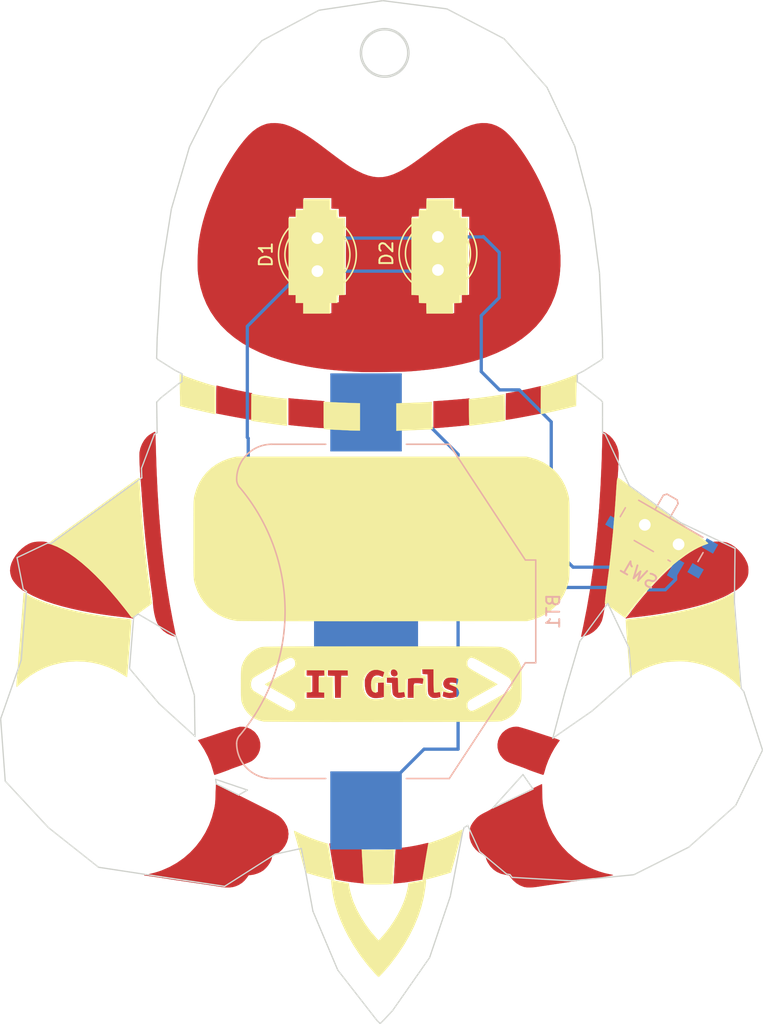
<source format=kicad_pcb>
(kicad_pcb (version 20171130) (host pcbnew 5.0.1+dfsg1-3~bpo9+1)

  (general
    (thickness 1.6)
    (drawings 110)
    (tracks 44)
    (zones 0)
    (modules 6)
    (nets 5)
  )

  (page A4)
  (layers
    (0 F.Cu signal)
    (31 B.Cu signal)
    (32 B.Adhes user)
    (33 F.Adhes user)
    (34 B.Paste user)
    (35 F.Paste user)
    (36 B.SilkS user)
    (37 F.SilkS user)
    (38 B.Mask user)
    (39 F.Mask user)
    (40 Dwgs.User user)
    (41 Cmts.User user)
    (42 Eco1.User user)
    (43 Eco2.User user)
    (44 Edge.Cuts user)
    (45 Margin user)
    (46 B.CrtYd user)
    (47 F.CrtYd user)
    (48 B.Fab user)
    (49 F.Fab user)
  )

  (setup
    (last_trace_width 0.25)
    (trace_clearance 0.2)
    (zone_clearance 0.508)
    (zone_45_only no)
    (trace_min 0.2)
    (segment_width 0.2)
    (edge_width 0.2)
    (via_size 0.8)
    (via_drill 0.4)
    (via_min_size 0.4)
    (via_min_drill 0.3)
    (uvia_size 0.3)
    (uvia_drill 0.1)
    (uvias_allowed no)
    (uvia_min_size 0.2)
    (uvia_min_drill 0.1)
    (pcb_text_width 0.3)
    (pcb_text_size 1.5 1.5)
    (mod_edge_width 0.15)
    (mod_text_size 1 1)
    (mod_text_width 0.15)
    (pad_size 1.524 1.524)
    (pad_drill 0.762)
    (pad_to_mask_clearance 0.051)
    (solder_mask_min_width 0.25)
    (aux_axis_origin 0 0)
    (visible_elements FFFFEFFF)
    (pcbplotparams
      (layerselection 0x010fc_ffffffff)
      (usegerberextensions false)
      (usegerberattributes false)
      (usegerberadvancedattributes false)
      (creategerberjobfile false)
      (excludeedgelayer true)
      (linewidth 0.100000)
      (plotframeref false)
      (viasonmask false)
      (mode 1)
      (useauxorigin false)
      (hpglpennumber 1)
      (hpglpenspeed 20)
      (hpglpendiameter 15.000000)
      (psnegative false)
      (psa4output false)
      (plotreference true)
      (plotvalue true)
      (plotinvisibletext false)
      (padsonsilk false)
      (subtractmaskfromsilk false)
      (outputformat 1)
      (mirror false)
      (drillshape 1)
      (scaleselection 1)
      (outputdirectory ""))
  )

  (net 0 "")
  (net 1 "Net-(BT1-Pad1)")
  (net 2 "Net-(BT1-Pad2)")
  (net 3 "Net-(D1-Pad2)")
  (net 4 "Net-(SW1-Pad1)")

  (net_class Default "This is the default net class."
    (clearance 0.2)
    (trace_width 0.25)
    (via_dia 0.8)
    (via_drill 0.4)
    (uvia_dia 0.3)
    (uvia_drill 0.1)
    (add_net "Net-(BT1-Pad1)")
    (add_net "Net-(BT1-Pad2)")
    (add_net "Net-(D1-Pad2)")
    (add_net "Net-(SW1-Pad1)")
  )

  (module Battery:BatteryHolder_Keystone_3008_1x2450 (layer B.Cu) (tedit 58972352) (tstamp 5BEC021C)
    (at 71.12 99.06 90)
    (descr http://www.keyelco.com/product-pdf.cfm?p=786)
    (tags "Keystone type 3008 coin cell retainer")
    (path /5BEAF49B)
    (attr smd)
    (fp_text reference BT1 (at 0 14.4 90) (layer B.SilkS)
      (effects (font (size 1 1) (thickness 0.15)) (justify mirror))
    )
    (fp_text value Battery_Cell (at 0 -14 90) (layer B.Fab)
      (effects (font (size 1 1) (thickness 0.15)) (justify mirror))
    )
    (fp_text user %R (at 0 0 90) (layer B.Fab)
      (effects (font (size 1 1) (thickness 0.15)) (justify mirror))
    )
    (fp_arc (start 0 0) (end 0 -12.8) (angle 41.7) (layer B.CrtYd) (width 0.05))
    (fp_arc (start 0 -21) (end 9.15 -10.05) (angle 3.2) (layer B.CrtYd) (width 0.05))
    (fp_arc (start 0 0) (end 0 -12.8) (angle -41.7) (layer B.CrtYd) (width 0.05))
    (fp_arc (start 0 -21) (end -9.15 -10.05) (angle -3.2) (layer B.CrtYd) (width 0.05))
    (fp_arc (start 10.15 -9) (end 10.15 -10.45) (angle -45) (layer B.CrtYd) (width 0.05))
    (fp_arc (start -10.15 -9) (end -10.15 -10.45) (angle 45) (layer B.CrtYd) (width 0.05))
    (fp_arc (start 10.15 -7.25) (end 10.15 -10.45) (angle 90) (layer B.CrtYd) (width 0.05))
    (fp_arc (start -10.15 -7.25) (end -10.15 -10.45) (angle -90) (layer B.CrtYd) (width 0.05))
    (fp_arc (start 0 -21) (end -9.55 -9.73) (angle -80) (layer B.SilkS) (width 0.12))
    (fp_arc (start 10.15 -9) (end 10.15 -9.95) (angle -45) (layer B.SilkS) (width 0.12))
    (fp_arc (start -10.15 -9) (end -10.15 -9.95) (angle 45) (layer B.SilkS) (width 0.12))
    (fp_arc (start 10.15 -9) (end 10.15 -9.8) (angle -45) (layer B.Fab) (width 0.1))
    (fp_arc (start -10.15 -9) (end -10.15 -9.8) (angle 45) (layer B.Fab) (width 0.1))
    (fp_arc (start 0 -21) (end -9.6 -9.58) (angle -80) (layer B.Fab) (width 0.1))
    (fp_arc (start -10.15 -7.25) (end -10.15 -9.95) (angle -90) (layer B.SilkS) (width 0.12))
    (fp_arc (start 10.15 -7.25) (end 10.15 -9.95) (angle 90) (layer B.SilkS) (width 0.12))
    (fp_line (start 12.85 -3.1) (end 12.85 -7.3) (layer B.SilkS) (width 0.12))
    (fp_line (start -12.85 -3.1) (end -12.85 -7.3) (layer B.SilkS) (width 0.12))
    (fp_line (start 13.35 -3.25) (end 13.35 -7.3) (layer B.CrtYd) (width 0.05))
    (fp_arc (start 10.15 -7.25) (end 10.15 -9.8) (angle 90) (layer B.Fab) (width 0.1))
    (fp_arc (start -10.15 -7.25) (end -10.15 -9.8) (angle -90) (layer B.Fab) (width 0.1))
    (fp_circle (center 0 0) (end 12.25 0) (layer Dwgs.User) (width 0.15))
    (fp_line (start 4.45 13.55) (end 4.45 12.55) (layer B.CrtYd) (width 0.05))
    (fp_line (start -4.45 13.55) (end 4.45 13.55) (layer B.CrtYd) (width 0.05))
    (fp_line (start -4.45 13.55) (end -4.45 12.55) (layer B.CrtYd) (width 0.05))
    (fp_line (start 4.45 12.55) (end 13.35 6.7) (layer B.CrtYd) (width 0.05))
    (fp_line (start 13.35 6.7) (end 13.35 3.25) (layer B.CrtYd) (width 0.05))
    (fp_line (start 18.8 -3.25) (end 13.35 -3.25) (layer B.CrtYd) (width 0.05))
    (fp_line (start 18.8 3.25) (end 18.8 -3.25) (layer B.CrtYd) (width 0.05))
    (fp_line (start 13.35 3.25) (end 18.8 3.25) (layer B.CrtYd) (width 0.05))
    (fp_line (start -4.45 12.55) (end -13.35 6.7) (layer B.CrtYd) (width 0.05))
    (fp_line (start -18.8 3.25) (end -18.8 -3.25) (layer B.CrtYd) (width 0.05))
    (fp_line (start -18.8 -3.25) (end -13.35 -3.25) (layer B.CrtYd) (width 0.05))
    (fp_line (start -13.35 -3.25) (end -13.35 -7.3) (layer B.CrtYd) (width 0.05))
    (fp_line (start -13.35 3.25) (end -18.8 3.25) (layer B.CrtYd) (width 0.05))
    (fp_line (start -13.35 6.7) (end -13.35 3.25) (layer B.CrtYd) (width 0.05))
    (fp_line (start 12.85 6.4) (end 12.85 3.1) (layer B.SilkS) (width 0.12))
    (fp_line (start 3.95 12.25) (end 12.85 6.4) (layer B.SilkS) (width 0.12))
    (fp_line (start 3.95 13.05) (end 3.95 12.25) (layer B.SilkS) (width 0.12))
    (fp_line (start -3.95 13.05) (end 3.95 13.05) (layer B.SilkS) (width 0.12))
    (fp_line (start -3.95 13.05) (end -3.95 12.25) (layer B.SilkS) (width 0.12))
    (fp_line (start -3.95 12.25) (end -12.85 6.4) (layer B.SilkS) (width 0.12))
    (fp_line (start -12.85 6.4) (end -12.85 3.1) (layer B.SilkS) (width 0.12))
    (fp_line (start 3.8 12.2) (end 12.7 6.35) (layer B.Fab) (width 0.1))
    (fp_line (start 12.7 6.35) (end 12.7 -7.3) (layer B.Fab) (width 0.1))
    (fp_line (start -3.8 12.2) (end -12.7 6.35) (layer B.Fab) (width 0.1))
    (fp_line (start -12.7 6.35) (end -12.7 -7.3) (layer B.Fab) (width 0.1))
    (fp_line (start -3.8 12.9) (end -3.8 12.2) (layer B.Fab) (width 0.1))
    (fp_line (start 3.8 12.9) (end 3.8 12.2) (layer B.Fab) (width 0.1))
    (fp_line (start -3.8 12.9) (end 3.8 12.9) (layer B.Fab) (width 0.1))
    (pad 1 smd rect (at -15.3 0 90) (size 6 5.5) (layers B.Cu B.Paste B.Mask)
      (net 1 "Net-(BT1-Pad1)"))
    (pad 1 smd rect (at 15.3 0 90) (size 6 5.5) (layers B.Cu B.Paste B.Mask)
      (net 1 "Net-(BT1-Pad1)"))
    (pad 2 smd rect (at 0 0 90) (size 8 8) (layers B.Cu B.Mask)
      (net 2 "Net-(BT1-Pad2)"))
    (model ${KISYS3DMOD}/Battery.3dshapes/BatteryHolder_Keystone_3008_1x2450.wrl
      (at (xyz 0 0 0))
      (scale (xyz 1 1 1))
      (rotate (xyz 0 0 0))
    )
    (model ${KIPRJMOD}/3d_battery_holders/walter/battery_holders/keystone_3008.wrl
      (at (xyz 0 0 0))
      (scale (xyz 1 1 1))
      (rotate (xyz 0 0 0))
    )
  )

  (module LED_THT:LED_D5.0mm (layer F.Cu) (tedit 5995936A) (tstamp 5BEC061B)
    (at 67.38 72.9 90)
    (descr "LED, diameter 5.0mm, 2 pins, http://cdn-reichelt.de/documents/datenblatt/A500/LL-504BC2E-009.pdf")
    (tags "LED diameter 5.0mm 2 pins")
    (path /5BEAEBE9)
    (fp_text reference D1 (at 1.27 -3.96 90) (layer F.SilkS)
      (effects (font (size 1 1) (thickness 0.15)))
    )
    (fp_text value LED (at 1.27 3.96 90) (layer F.Fab)
      (effects (font (size 1 1) (thickness 0.15)))
    )
    (fp_arc (start 1.27 0) (end -1.23 -1.469694) (angle 299.1) (layer F.Fab) (width 0.1))
    (fp_arc (start 1.27 0) (end -1.29 -1.54483) (angle 148.9) (layer F.SilkS) (width 0.12))
    (fp_arc (start 1.27 0) (end -1.29 1.54483) (angle -148.9) (layer F.SilkS) (width 0.12))
    (fp_circle (center 1.27 0) (end 3.77 0) (layer F.Fab) (width 0.1))
    (fp_circle (center 1.27 0) (end 3.77 0) (layer F.SilkS) (width 0.12))
    (fp_line (start -1.23 -1.469694) (end -1.23 1.469694) (layer F.Fab) (width 0.1))
    (fp_line (start -1.29 -1.545) (end -1.29 1.545) (layer F.SilkS) (width 0.12))
    (fp_line (start -1.95 -3.25) (end -1.95 3.25) (layer F.CrtYd) (width 0.05))
    (fp_line (start -1.95 3.25) (end 4.5 3.25) (layer F.CrtYd) (width 0.05))
    (fp_line (start 4.5 3.25) (end 4.5 -3.25) (layer F.CrtYd) (width 0.05))
    (fp_line (start 4.5 -3.25) (end -1.95 -3.25) (layer F.CrtYd) (width 0.05))
    (fp_text user %R (at 1.25 0 90) (layer F.Fab)
      (effects (font (size 0.8 0.8) (thickness 0.2)))
    )
    (pad 1 thru_hole rect (at 0 0 90) (size 1.8 1.8) (drill 0.9) (layers *.Cu *.Mask)
      (net 2 "Net-(BT1-Pad2)"))
    (pad 2 thru_hole circle (at 2.54 0 90) (size 1.8 1.8) (drill 0.9) (layers *.Cu *.Mask)
      (net 3 "Net-(D1-Pad2)"))
    (model ${KISYS3DMOD}/LED_THT.3dshapes/LED_D5.0mm.wrl
      (offset (xyz 0 0 -3))
      (scale (xyz 1 1 1))
      (rotate (xyz 0 0 0))
    )
  )

  (module LED_THT:LED_D5.0mm (layer F.Cu) (tedit 5995936A) (tstamp 5BEC03FB)
    (at 76.65 72.81 90)
    (descr "LED, diameter 5.0mm, 2 pins, http://cdn-reichelt.de/documents/datenblatt/A500/LL-504BC2E-009.pdf")
    (tags "LED diameter 5.0mm 2 pins")
    (path /5BEAECBE)
    (fp_text reference D2 (at 1.27 -3.96 90) (layer F.SilkS)
      (effects (font (size 1 1) (thickness 0.15)))
    )
    (fp_text value LED (at 1.27 3.96 90) (layer F.Fab)
      (effects (font (size 1 1) (thickness 0.15)))
    )
    (fp_text user %R (at 1.25 0 90) (layer F.Fab)
      (effects (font (size 0.8 0.8) (thickness 0.2)))
    )
    (fp_line (start 4.5 -3.25) (end -1.95 -3.25) (layer F.CrtYd) (width 0.05))
    (fp_line (start 4.5 3.25) (end 4.5 -3.25) (layer F.CrtYd) (width 0.05))
    (fp_line (start -1.95 3.25) (end 4.5 3.25) (layer F.CrtYd) (width 0.05))
    (fp_line (start -1.95 -3.25) (end -1.95 3.25) (layer F.CrtYd) (width 0.05))
    (fp_line (start -1.29 -1.545) (end -1.29 1.545) (layer F.SilkS) (width 0.12))
    (fp_line (start -1.23 -1.469694) (end -1.23 1.469694) (layer F.Fab) (width 0.1))
    (fp_circle (center 1.27 0) (end 3.77 0) (layer F.SilkS) (width 0.12))
    (fp_circle (center 1.27 0) (end 3.77 0) (layer F.Fab) (width 0.1))
    (fp_arc (start 1.27 0) (end -1.29 1.54483) (angle -148.9) (layer F.SilkS) (width 0.12))
    (fp_arc (start 1.27 0) (end -1.29 -1.54483) (angle 148.9) (layer F.SilkS) (width 0.12))
    (fp_arc (start 1.27 0) (end -1.23 -1.469694) (angle 299.1) (layer F.Fab) (width 0.1))
    (pad 2 thru_hole circle (at 2.54 0 90) (size 1.8 1.8) (drill 0.9) (layers *.Cu *.Mask)
      (net 3 "Net-(D1-Pad2)"))
    (pad 1 thru_hole rect (at 0 0 90) (size 1.8 1.8) (drill 0.9) (layers *.Cu *.Mask)
      (net 2 "Net-(BT1-Pad2)"))
    (model ${KISYS3DMOD}/LED_THT.3dshapes/LED_D5.0mm.wrl
      (offset (xyz 0 0 -3))
      (scale (xyz 1 1 1))
      (rotate (xyz 0 0 0))
    )
  )

  (module Button_Switch_SMD:SW_SPDT_PCM12 (layer B.Cu) (tedit 5A02FC95) (tstamp 5BEC0188)
    (at 93.69 93.44 330)
    (descr "Ultraminiature Surface Mount Slide Switch")
    (path /5BEAF0C7)
    (attr smd)
    (fp_text reference SW1 (at 0 3.2 330) (layer B.SilkS)
      (effects (font (size 1 1) (thickness 0.15)) (justify mirror))
    )
    (fp_text value SW_SPDT (at 0 -4.25 330) (layer B.Fab)
      (effects (font (size 1 1) (thickness 0.15)) (justify mirror))
    )
    (fp_text user %R (at 0 3.2 330) (layer B.Fab)
      (effects (font (size 1 1) (thickness 0.15)) (justify mirror))
    )
    (fp_line (start -1.4 -1.65) (end -1.4 -2.95) (layer B.Fab) (width 0.1))
    (fp_line (start -1.4 -2.95) (end -1.2 -3.15) (layer B.Fab) (width 0.1))
    (fp_line (start -1.2 -3.15) (end -0.35 -3.15) (layer B.Fab) (width 0.1))
    (fp_line (start -0.35 -3.15) (end -0.15 -2.95) (layer B.Fab) (width 0.1))
    (fp_line (start -0.15 -2.95) (end -0.100001 -2.9) (layer B.Fab) (width 0.1))
    (fp_line (start -0.100001 -2.9) (end -0.100001 -1.6) (layer B.Fab) (width 0.1))
    (fp_line (start -3.35 1) (end -3.35 -1.6) (layer B.Fab) (width 0.1))
    (fp_line (start -3.35 -1.6) (end 3.35 -1.6) (layer B.Fab) (width 0.1))
    (fp_line (start 3.35 -1.6) (end 3.35 1) (layer B.Fab) (width 0.1))
    (fp_line (start 3.35 1) (end -3.35 1) (layer B.Fab) (width 0.1))
    (fp_line (start 1.4 1.119999) (end 1.6 1.119999) (layer B.SilkS) (width 0.12))
    (fp_line (start -4.4 2.45) (end 4.4 2.45) (layer B.CrtYd) (width 0.05))
    (fp_line (start 4.4 2.45) (end 4.4 -2.1) (layer B.CrtYd) (width 0.05))
    (fp_line (start 4.4 -2.1) (end 1.65 -2.1) (layer B.CrtYd) (width 0.05))
    (fp_line (start 1.65 -2.1) (end 1.65 -3.4) (layer B.CrtYd) (width 0.05))
    (fp_line (start 1.65 -3.4) (end -1.65 -3.4) (layer B.CrtYd) (width 0.05))
    (fp_line (start -1.65 -3.4) (end -1.65 -2.1) (layer B.CrtYd) (width 0.05))
    (fp_line (start -1.65 -2.1) (end -4.4 -2.1) (layer B.CrtYd) (width 0.05))
    (fp_line (start -4.4 -2.1) (end -4.4 2.45) (layer B.CrtYd) (width 0.05))
    (fp_line (start -1.400001 -3.02) (end -1.2 -3.23) (layer B.SilkS) (width 0.12))
    (fp_line (start -0.100001 -3.02) (end -0.3 -3.23) (layer B.SilkS) (width 0.12))
    (fp_line (start -1.4 -1.73) (end -1.400001 -3.02) (layer B.SilkS) (width 0.12))
    (fp_line (start -1.2 -3.23) (end -0.3 -3.23) (layer B.SilkS) (width 0.12))
    (fp_line (start -0.100001 -3.02) (end -0.1 -1.73) (layer B.SilkS) (width 0.12))
    (fp_line (start -2.85 -1.73) (end 2.85 -1.73) (layer B.SilkS) (width 0.12))
    (fp_line (start -1.600001 1.12) (end 0.1 1.119999) (layer B.SilkS) (width 0.12))
    (fp_line (start -3.45 0.07) (end -3.45 -0.72) (layer B.SilkS) (width 0.12))
    (fp_line (start 3.45 -0.72) (end 3.45 0.07) (layer B.SilkS) (width 0.12))
    (pad "" np_thru_hole circle (at -1.5 -0.33 330) (size 0.9 0.9) (drill 0.9) (layers *.Cu *.Mask))
    (pad "" np_thru_hole circle (at 1.5 -0.33 330) (size 0.9 0.9) (drill 0.9) (layers *.Cu *.Mask))
    (pad 1 smd rect (at -2.25 1.43 330) (size 0.7 1.5) (layers B.Cu B.Paste B.Mask)
      (net 4 "Net-(SW1-Pad1)"))
    (pad 2 smd rect (at 0.75 1.43 330) (size 0.7 1.5) (layers B.Cu B.Paste B.Mask)
      (net 3 "Net-(D1-Pad2)"))
    (pad 3 smd rect (at 2.25 1.43 330) (size 0.7 1.5) (layers B.Cu B.Paste B.Mask)
      (net 1 "Net-(BT1-Pad1)"))
    (pad "" smd rect (at -3.65 -1.43 330) (size 1 0.8) (layers B.Cu B.Paste B.Mask))
    (pad "" smd rect (at 3.65 -1.43 330) (size 1 0.8) (layers B.Cu B.Paste B.Mask))
    (pad "" smd rect (at 3.65 0.78 330) (size 1 0.8) (layers B.Cu B.Paste B.Mask))
    (pad "" smd rect (at -3.65 0.78 330) (size 1 0.8) (layers B.Cu B.Paste B.Mask))
    (model ${KISYS3DMOD}/Button_Switch_SMD.3dshapes/SW_SPDT_PCM12.wrl
      (at (xyz 0 0 0))
      (scale (xyz 1 1 1))
      (rotate (xyz 0 0 0))
    )
  )

  (module slika:drhgdh (layer F.Cu) (tedit 0) (tstamp 5BEBE39B)
    (at 72.05 91.44)
    (fp_text reference G*** (at 0 0) (layer F.SilkS) hide
      (effects (font (size 1.524 1.524) (thickness 0.3)))
    )
    (fp_text value LOGO (at 0.75 0) (layer F.SilkS) hide
      (effects (font (size 1.524 1.524) (thickness 0.3)))
    )
    (fp_poly (pts (xy 5.76932 -23.669732) (xy 5.778926 -23.269128) (xy 6.060201 -23.259225) (xy 6.341476 -23.249323)
      (xy 6.341476 -22.638389) (xy 6.886979 -22.638389) (xy 6.886979 -16.70604) (xy 6.341476 -16.70604)
      (xy 6.341476 -16.095107) (xy 6.060201 -16.085204) (xy 5.778926 -16.075302) (xy 5.76932 -15.674698)
      (xy 5.759715 -15.274094) (xy 3.718405 -15.274094) (xy 3.7088 -15.674698) (xy 3.699194 -16.075302)
      (xy 3.419227 -16.085183) (xy 3.139259 -16.095065) (xy 3.119597 -16.688993) (xy 2.838322 -16.698896)
      (xy 2.557047 -16.708798) (xy 2.557047 -22.635632) (xy 3.119597 -22.655436) (xy 3.129428 -22.952401)
      (xy 3.139259 -23.249365) (xy 3.419227 -23.259246) (xy 3.699194 -23.269128) (xy 3.7088 -23.669732)
      (xy 3.718405 -24.070336) (xy 5.759715 -24.070336) (xy 5.76932 -23.669732)) (layer F.SilkS) (width 0.01))
    (fp_poly (pts (xy -3.682148 -23.252081) (xy -3.139299 -23.252081) (xy -3.129449 -22.953759) (xy -3.119598 -22.655436)
      (xy -2.838323 -22.645534) (xy -2.557047 -22.635632) (xy -2.557047 -16.708798) (xy -2.838323 -16.698896)
      (xy -3.119598 -16.688993) (xy -3.129449 -16.390671) (xy -3.139299 -16.092349) (xy -3.682148 -16.092349)
      (xy -3.682148 -15.274094) (xy -5.76188 -15.274094) (xy -5.76188 -16.092349) (xy -6.341477 -16.092349)
      (xy -6.341477 -16.70604) (xy -6.88698 -16.70604) (xy -6.88698 -22.638389) (xy -6.341477 -22.638389)
      (xy -6.341477 -23.252081) (xy -5.76188 -23.252081) (xy -5.76188 -24.070336) (xy -3.682148 -24.070336)
      (xy -3.682148 -23.252081)) (layer F.SilkS) (width 0.01))
    (fp_poly (pts (xy 15.259811 -10.593811) (xy 15.260762 -10.559189) (xy 15.260497 -10.46412) (xy 15.259111 -10.31633)
      (xy 15.2567 -10.123547) (xy 15.253359 -9.8935) (xy 15.249185 -9.633914) (xy 15.244718 -9.377125)
      (xy 15.222953 -8.168076) (xy 14.626308 -8.021115) (xy 14.391532 -7.964294) (xy 14.114853 -7.898938)
      (xy 13.821044 -7.830801) (xy 13.534875 -7.76564) (xy 13.330738 -7.720104) (xy 13.118656 -7.67315)
      (xy 12.926935 -7.630308) (xy 12.766397 -7.594029) (xy 12.64786 -7.566762) (xy 12.582147 -7.550957)
      (xy 12.574789 -7.54895) (xy 12.546323 -7.54869) (xy 12.527882 -7.576673) (xy 12.516361 -7.64499)
      (xy 12.508656 -7.765734) (xy 12.506601 -7.814581) (xy 12.503738 -7.933335) (xy 12.502041 -8.105643)
      (xy 12.501531 -8.316882) (xy 12.502228 -8.552426) (xy 12.504151 -8.797652) (xy 12.505135 -8.884498)
      (xy 12.514834 -9.67168) (xy 12.863122 -9.767524) (xy 13.115342 -9.840588) (xy 13.408521 -9.931493)
      (xy 13.724625 -10.03416) (xy 14.04562 -10.142512) (xy 14.353471 -10.250471) (xy 14.630146 -10.351959)
      (xy 14.840915 -10.43409) (xy 14.994594 -10.495737) (xy 15.123307 -10.545954) (xy 15.215129 -10.580195)
      (xy 15.258133 -10.593912) (xy 15.259811 -10.593811)) (layer F.SilkS) (width 0.01))
    (fp_poly (pts (xy -15.230321 -10.615431) (xy -15.148372 -10.584218) (xy -15.028258 -10.536686) (xy -14.882412 -10.477681)
      (xy -14.882014 -10.477519) (xy -14.703089 -10.407903) (xy -14.473887 -10.323948) (xy -14.209498 -10.230723)
      (xy -13.925012 -10.1333) (xy -13.635519 -10.036748) (xy -13.356109 -9.946137) (xy -13.101871 -9.866538)
      (xy -12.887897 -9.803022) (xy -12.810806 -9.781588) (xy -12.512484 -9.70105) (xy -12.512484 -8.617907)
      (xy -12.512741 -8.35408) (xy -12.513471 -8.11363) (xy -12.51461 -7.904632) (xy -12.516095 -7.735157)
      (xy -12.517861 -7.613278) (xy -12.519845 -7.54707) (xy -12.521007 -7.537309) (xy -12.55519 -7.545204)
      (xy -12.646785 -7.566053) (xy -12.786691 -7.597793) (xy -12.965807 -7.638362) (xy -13.175031 -7.685695)
      (xy -13.347786 -7.724745) (xy -13.614339 -7.785394) (xy -13.895155 -7.850021) (xy -14.171578 -7.914279)
      (xy -14.424953 -7.973827) (xy -14.636626 -8.024319) (xy -14.694497 -8.038339) (xy -15.222953 -8.167042)
      (xy -15.244625 -9.393655) (xy -15.249477 -9.675464) (xy -15.253699 -9.934746) (xy -15.257183 -10.163852)
      (xy -15.259825 -10.35513) (xy -15.261518 -10.500928) (xy -15.262156 -10.593597) (xy -15.261672 -10.62548)
      (xy -15.230321 -10.615431)) (layer F.SilkS) (width 0.01))
    (fp_poly (pts (xy 9.718074 -9.053813) (xy 9.724111 -8.96445) (xy 9.730134 -8.823218) (xy 9.735868 -8.638276)
      (xy 9.741036 -8.417781) (xy 9.745361 -8.169892) (xy 9.746791 -8.065092) (xy 9.759757 -7.033858)
      (xy 9.286522 -6.959303) (xy 9.174612 -6.942375) (xy 9.016331 -6.919408) (xy 8.821438 -6.891735)
      (xy 8.59969 -6.860684) (xy 8.360845 -6.827587) (xy 8.11466 -6.793775) (xy 7.870894 -6.760578)
      (xy 7.639303 -6.729328) (xy 7.429646 -6.701354) (xy 7.251681 -6.677988) (xy 7.115164 -6.660559)
      (xy 7.029855 -6.6504) (xy 7.006174 -6.648322) (xy 7.003205 -6.68102) (xy 6.999682 -6.773533)
      (xy 6.995797 -6.917494) (xy 6.991746 -7.104536) (xy 6.98772 -7.32629) (xy 6.983913 -7.574389)
      (xy 6.982712 -7.662618) (xy 6.979655 -7.918535) (xy 6.977479 -8.15167) (xy 6.976215 -8.353502)
      (xy 6.975893 -8.515512) (xy 6.976545 -8.629177) (xy 6.978201 -8.68598) (xy 6.978969 -8.690787)
      (xy 7.01419 -8.698811) (xy 7.106801 -8.713093) (xy 7.246436 -8.732224) (xy 7.42273 -8.754792)
      (xy 7.625316 -8.779387) (xy 7.662285 -8.783746) (xy 7.86527 -8.808529) (xy 8.093588 -8.83801)
      (xy 8.337691 -8.870797) (xy 8.58803 -8.905493) (xy 8.835057 -8.940705) (xy 9.069222 -8.975038)
      (xy 9.280978 -9.007097) (xy 9.460776 -9.035487) (xy 9.599067 -9.058815) (xy 9.686303 -9.075686)
      (xy 9.7123 -9.083148) (xy 9.718074 -9.053813)) (layer F.SilkS) (width 0.01))
    (fp_poly (pts (xy -9.657115 -9.092978) (xy -9.592473 -9.081598) (xy -9.47406 -9.062119) (xy -9.315512 -9.036733)
      (xy -9.130465 -9.007629) (xy -9.000806 -8.987506) (xy -8.806461 -8.958013) (xy -8.611901 -8.929653)
      (xy -8.406359 -8.900995) (xy -8.17907 -8.870607) (xy -7.919269 -8.837058) (xy -7.616191 -8.798915)
      (xy -7.259071 -8.754747) (xy -7.151208 -8.741507) (xy -6.989262 -8.721655) (xy -6.989262 -7.684989)
      (xy -6.98985 -7.3791) (xy -6.99177 -7.13563) (xy -6.995262 -6.948821) (xy -7.000562 -6.812913)
      (xy -7.007909 -6.722146) (xy -7.017541 -6.670762) (xy -7.029695 -6.653001) (xy -7.03188 -6.652893)
      (xy -7.084749 -6.65914) (xy -7.184937 -6.671405) (xy -7.312105 -6.687197) (xy -7.330202 -6.68946)
      (xy -7.471721 -6.707789) (xy -7.653828 -6.732325) (xy -7.867453 -6.761759) (xy -8.103528 -6.794783)
      (xy -8.352986 -6.830087) (xy -8.606759 -6.866365) (xy -8.855779 -6.902307) (xy -9.090977 -6.936605)
      (xy -9.303285 -6.967951) (xy -9.483636 -6.995037) (xy -9.622962 -7.016554) (xy -9.712195 -7.031193)
      (xy -9.742261 -7.037473) (xy -9.748351 -7.049405) (xy -9.7531 -7.076225) (xy -9.756599 -7.124842)
      (xy -9.758939 -7.202168) (xy -9.760211 -7.315111) (xy -9.760507 -7.470582) (xy -9.759919 -7.675492)
      (xy -9.758537 -7.93675) (xy -9.757118 -8.161242) (xy -9.750873 -9.111611) (xy -9.657115 -9.092978)) (layer F.SilkS) (width 0.01))
    (fp_poly (pts (xy 4.145162 -8.479483) (xy 4.147324 -8.444952) (xy 4.15075 -8.350577) (xy 4.155203 -8.204685)
      (xy 4.160446 -8.015604) (xy 4.166243 -7.791662) (xy 4.172358 -7.541185) (xy 4.174967 -7.429939)
      (xy 4.199122 -6.387528) (xy 3.403655 -6.34756) (xy 3.128866 -6.334144) (xy 2.831865 -6.320308)
      (xy 2.534575 -6.307031) (xy 2.258916 -6.295288) (xy 2.026808 -6.286055) (xy 2.00302 -6.285166)
      (xy 1.397852 -6.26274) (xy 1.397852 -8.379524) (xy 2.17349 -8.402764) (xy 2.445679 -8.411547)
      (xy 2.74029 -8.422119) (xy 3.034945 -8.433607) (xy 3.307267 -8.445136) (xy 3.534877 -8.455832)
      (xy 3.54432 -8.456311) (xy 3.737585 -8.465749) (xy 3.905295 -8.473172) (xy 4.036411 -8.478152)
      (xy 4.119893 -8.480266) (xy 4.145162 -8.479483)) (layer F.SilkS) (width 0.01))
    (fp_poly (pts (xy -3.792953 -8.475601) (xy -3.651597 -8.468297) (xy -3.4635 -8.45954) (xy -3.239984 -8.449767)
      (xy -2.992367 -8.439419) (xy -2.731968 -8.428935) (xy -2.470105 -8.418752) (xy -2.218099 -8.409311)
      (xy -1.987269 -8.401051) (xy -1.788932 -8.394409) (xy -1.634409 -8.389826) (xy -1.535018 -8.38774)
      (xy -1.525705 -8.38767) (xy -1.397853 -8.387114) (xy -1.397853 -6.273289) (xy -1.747316 -6.279245)
      (xy -1.914685 -6.282835) (xy -2.074505 -6.287535) (xy -2.202846 -6.292589) (xy -2.250202 -6.29517)
      (xy -2.327251 -6.299499) (xy -2.460819 -6.306275) (xy -2.639304 -6.314942) (xy -2.851102 -6.32494)
      (xy -3.084611 -6.335713) (xy -3.238927 -6.342704) (xy -3.473495 -6.353819) (xy -3.687517 -6.365034)
      (xy -3.870884 -6.375734) (xy -4.013489 -6.385302) (xy -4.105224 -6.393122) (xy -4.133893 -6.397264)
      (xy -4.150775 -6.406292) (xy -4.164151 -6.427465) (xy -4.174425 -6.467952) (xy -4.182001 -6.534927)
      (xy -4.187283 -6.63556) (xy -4.190675 -6.777023) (xy -4.192581 -6.966487) (xy -4.193405 -7.211124)
      (xy -4.193557 -7.456209) (xy -4.193557 -8.498157) (xy -3.792953 -8.475601)) (layer F.SilkS) (width 0.01))
    (fp_poly (pts (xy 18.48022 -2.63511) (xy 18.532039 -2.606793) (xy 18.607725 -2.558892) (xy 18.712419 -2.487921)
      (xy 18.85126 -2.390393) (xy 19.029389 -2.262823) (xy 19.251947 -2.101723) (xy 19.524074 -1.903608)
      (xy 19.529772 -1.899452) (xy 19.696186 -1.778482) (xy 19.895398 -1.634287) (xy 20.104711 -1.483263)
      (xy 20.301427 -1.341807) (xy 20.340212 -1.313992) (xy 20.523439 -1.182277) (xy 20.716714 -1.042684)
      (xy 20.900129 -0.909631) (xy 21.053778 -0.797537) (xy 21.09028 -0.770749) (xy 21.260102 -0.645949)
      (xy 21.408774 -0.536906) (xy 21.547047 -0.435805) (xy 21.685673 -0.33483) (xy 21.835402 -0.226166)
      (xy 22.006986 -0.102) (xy 22.211177 0.045483) (xy 22.458725 0.224099) (xy 22.490274 0.246855)
      (xy 22.669966 0.376496) (xy 22.835067 0.495685) (xy 22.99255 0.60948) (xy 23.149389 0.722937)
      (xy 23.312559 0.841113) (xy 23.489034 0.969065) (xy 23.685788 1.111848) (xy 23.909795 1.27452)
      (xy 24.16803 1.462137) (xy 24.467466 1.679756) (xy 24.814716 1.932169) (xy 25.022861 2.084784)
      (xy 25.179325 2.202812) (xy 25.288713 2.290153) (xy 25.355633 2.350707) (xy 25.38469 2.388375)
      (xy 25.38049 2.407055) (xy 25.377266 2.408464) (xy 24.962854 2.564042) (xy 24.593579 2.726512)
      (xy 24.246545 2.90736) (xy 23.898856 3.118071) (xy 23.701907 3.248905) (xy 23.218968 3.601229)
      (xy 22.715404 4.012481) (xy 22.19563 4.478167) (xy 21.664059 4.99379) (xy 21.125105 5.554856)
      (xy 20.583181 6.156869) (xy 20.042703 6.795333) (xy 19.508082 7.465752) (xy 19.31783 7.714157)
      (xy 19.209561 7.855045) (xy 19.115098 7.974209) (xy 19.042255 8.06208) (xy 18.998845 8.109089)
      (xy 18.991039 8.114362) (xy 18.95725 8.095214) (xy 18.877671 8.042003) (xy 18.761434 7.961082)
      (xy 18.617671 7.858803) (xy 18.464205 7.747852) (xy 18.279817 7.613629) (xy 18.092727 7.477533)
      (xy 17.918684 7.351013) (xy 17.773436 7.24552) (xy 17.699989 7.192244) (xy 17.43906 7.003146)
      (xy 17.444566 6.834258) (xy 17.450755 6.754095) (xy 17.465252 6.617795) (xy 17.486676 6.436716)
      (xy 17.513648 6.222217) (xy 17.544789 5.985657) (xy 17.570691 5.795973) (xy 17.75182 4.40662)
      (xy 17.916004 2.976544) (xy 18.060632 1.531686) (xy 18.183092 0.097986) (xy 18.274211 -1.193289)
      (xy 18.296365 -1.543084) (xy 18.315059 -1.83096) (xy 18.33094 -2.063062) (xy 18.344656 -2.245533)
      (xy 18.356858 -2.384519) (xy 18.368192 -2.486165) (xy 18.379307 -2.556615) (xy 18.390852 -2.602013)
      (xy 18.403476 -2.628505) (xy 18.417826 -2.642235) (xy 18.427621 -2.646937) (xy 18.447128 -2.647329)
      (xy 18.48022 -2.63511)) (layer F.SilkS) (width 0.01))
    (fp_poly (pts (xy -18.38458 -2.620031) (xy -18.368955 -2.550047) (xy -18.353697 -2.427487) (xy -18.338232 -2.247506)
      (xy -18.321985 -2.00526) (xy -18.318262 -1.943356) (xy -18.25134 -0.91641) (xy -18.170315 0.146749)
      (xy -18.076691 1.231197) (xy -17.971973 2.322007) (xy -17.857662 3.404256) (xy -17.735264 4.463018)
      (xy -17.606281 5.483368) (xy -17.473758 6.439784) (xy -17.447353 6.628017) (xy -17.426136 6.792156)
      (xy -17.411465 6.920577) (xy -17.404697 7.001653) (xy -17.405509 7.024233) (xy -17.439311 7.054591)
      (xy -17.510919 7.108232) (xy -17.564109 7.145536) (xy -17.656758 7.210521) (xy -17.783038 7.301049)
      (xy -17.921875 7.401961) (xy -17.986647 7.44953) (xy -18.272804 7.659673) (xy -18.506497 7.829473)
      (xy -18.687354 7.958664) (xy -18.815005 8.046984) (xy -18.889078 8.094168) (xy -18.903797 8.101533)
      (xy -18.949568 8.084536) (xy -19.021079 8.014718) (xy -19.095306 7.920842) (xy -19.179334 7.807816)
      (xy -19.288939 7.663284) (xy -19.407387 7.509213) (xy -19.480349 7.415436) (xy -20.050745 6.706617)
      (xy -20.615487 6.044777) (xy -21.172673 5.431581) (xy -21.720403 4.868689) (xy -22.256777 4.357766)
      (xy -22.779892 3.900472) (xy -23.28785 3.498471) (xy -23.778749 3.153426) (xy -24.25069 2.866998)
      (xy -24.70177 2.64085) (xy -25.124381 2.47847) (xy -25.377217 2.397426) (xy -25.153182 2.230055)
      (xy -25.020225 2.13156) (xy -24.842317 2.001018) (xy -24.629956 1.846073) (xy -24.393637 1.674367)
      (xy -24.143859 1.493542) (xy -23.904019 1.320532) (xy -23.774467 1.226753) (xy -23.615788 1.111164)
      (xy -23.453674 0.992505) (xy -23.379323 0.937854) (xy -23.232717 0.830589) (xy -23.053024 0.700149)
      (xy -22.86276 0.562829) (xy -22.684439 0.434923) (xy -22.680397 0.432036) (xy -22.553276 0.340836)
      (xy -22.381355 0.216897) (xy -22.174921 0.067666) (xy -21.944261 -0.099407) (xy -21.699663 -0.276876)
      (xy -21.451413 -0.457291) (xy -21.325332 -0.549045) (xy -20.846361 -0.897656) (xy -20.419702 -1.207901)
      (xy -20.042661 -1.481711) (xy -19.712542 -1.721014) (xy -19.42665 -1.92774) (xy -19.182289 -2.103819)
      (xy -18.976764 -2.25118) (xy -18.807379 -2.371752) (xy -18.671439 -2.467466) (xy -18.566249 -2.540249)
      (xy -18.489113 -2.592033) (xy -18.437336 -2.624746) (xy -18.408222 -2.640318) (xy -18.401147 -2.642282)
      (xy -18.38458 -2.620031)) (layer F.SilkS) (width 0.01))
    (fp_poly (pts (xy 11.7133 -4.205011) (xy 12.220818 -4.050714) (xy 12.690445 -3.840719) (xy 13.119461 -3.577746)
      (xy 13.505148 -3.264514) (xy 13.844785 -2.903742) (xy 14.135655 -2.498149) (xy 14.375037 -2.050454)
      (xy 14.560213 -1.563377) (xy 14.637762 -1.280549) (xy 14.65054 -1.225874) (xy 14.66175 -1.1726)
      (xy 14.671496 -1.116102) (xy 14.679879 -1.051761) (xy 14.687003 -0.974953) (xy 14.692969 -0.881057)
      (xy 14.697881 -0.765451) (xy 14.70184 -0.623513) (xy 14.70495 -0.450622) (xy 14.707313 -0.242155)
      (xy 14.709032 0.006509) (xy 14.710208 0.299993) (xy 14.710945 0.642918) (xy 14.711345 1.039906)
      (xy 14.71151 1.495579) (xy 14.711543 2.014558) (xy 14.711543 2.045637) (xy 14.711514 2.568305)
      (xy 14.711359 3.027406) (xy 14.710975 3.427564) (xy 14.71026 3.773399) (xy 14.709111 4.069533)
      (xy 14.707426 4.320589) (xy 14.705102 4.531188) (xy 14.702036 4.705953) (xy 14.698127 4.849505)
      (xy 14.693271 4.966465) (xy 14.687367 5.061456) (xy 14.680311 5.1391) (xy 14.672001 5.204019)
      (xy 14.662334 5.260834) (xy 14.651209 5.314167) (xy 14.638522 5.368641) (xy 14.637762 5.371824)
      (xy 14.483448 5.87974) (xy 14.273568 6.349394) (xy 14.010621 6.778273) (xy 13.697105 7.163864)
      (xy 13.335519 7.503654) (xy 12.928363 7.79513) (xy 12.478135 8.035781) (xy 11.987333 8.223093)
      (xy 11.730496 8.295215) (xy 11.438523 8.36804) (xy 0.39208 8.373484) (xy -0.47394 8.373824)
      (xy -1.323476 8.373987) (xy -2.153925 8.373978) (xy -2.962685 8.373803) (xy -3.747154 8.373466)
      (xy -4.50473 8.372973) (xy -5.23281 8.372329) (xy -5.928791 8.37154) (xy -6.590073 8.37061)
      (xy -7.214052 8.369545) (xy -7.798126 8.368351) (xy -8.339694 8.367032) (xy -8.836152 8.365593)
      (xy -9.284898 8.364041) (xy -9.683331 8.36238) (xy -10.028848 8.360615) (xy -10.318846 8.358753)
      (xy -10.550725 8.356797) (xy -10.72188 8.354753) (xy -10.82971 8.352627) (xy -10.869964 8.350718)
      (xy -11.371276 8.252112) (xy -11.845008 8.093061) (xy -12.287385 7.877018) (xy -12.694634 7.607434)
      (xy -13.062981 7.287761) (xy -13.388654 6.921452) (xy -13.667877 6.511958) (xy -13.896878 6.062731)
      (xy -14.071882 5.577224) (xy -14.126353 5.371824) (xy -14.139131 5.317149) (xy -14.150341 5.263875)
      (xy -14.160087 5.207377) (xy -14.16847 5.143036) (xy -14.175594 5.066228) (xy -14.18156 4.972332)
      (xy -14.186472 4.856726) (xy -14.190432 4.714788) (xy -14.193542 4.541897) (xy -14.195905 4.33343)
      (xy -14.197623 4.084766) (xy -14.1988 3.791282) (xy -14.199536 3.448357) (xy -14.199936 3.051369)
      (xy -14.200101 2.595696) (xy -14.200135 2.076717) (xy -14.200135 2.045637) (xy -14.200106 1.52297)
      (xy -14.199951 1.063869) (xy -14.199567 0.663711) (xy -14.198852 0.317876) (xy -14.197703 0.021742)
      (xy -14.196017 -0.229314) (xy -14.193693 -0.439914) (xy -14.190628 -0.614678) (xy -14.186719 -0.75823)
      (xy -14.181863 -0.87519) (xy -14.175958 -0.970181) (xy -14.168902 -1.047825) (xy -14.160592 -1.112744)
      (xy -14.150926 -1.169559) (xy -14.1398 -1.222892) (xy -14.127113 -1.277366) (xy -14.126353 -1.280549)
      (xy -13.972056 -1.788067) (xy -13.762061 -2.257694) (xy -13.499088 -2.68671) (xy -13.185856 -3.072397)
      (xy -12.825084 -3.412034) (xy -12.419491 -3.702904) (xy -11.971797 -3.942286) (xy -11.484719 -4.127462)
      (xy -11.201891 -4.205011) (xy -10.893021 -4.278792) (xy 11.404429 -4.278792) (xy 11.7133 -4.205011)) (layer F.SilkS) (width 0.01))
    (fp_poly (pts (xy -27.21429 6.187411) (xy -27.13742 6.230465) (xy -27.035532 6.290931) (xy -27.033192 6.292351)
      (xy -26.650867 6.502088) (xy -26.20517 6.706416) (xy -25.700783 6.904171) (xy -25.14239 7.094191)
      (xy -24.534673 7.275311) (xy -23.882316 7.446369) (xy -23.190003 7.606201) (xy -22.462415 7.753644)
      (xy -21.704236 7.887534) (xy -20.92015 8.006708) (xy -20.114839 8.110003) (xy -19.41651 8.184509)
      (xy -19.255903 8.201653) (xy -19.120626 8.219088) (xy -19.024858 8.234782) (xy -18.982776 8.2467)
      (xy -18.982723 8.246748) (xy -18.979301 8.285004) (xy -18.981039 8.38303) (xy -18.987498 8.532638)
      (xy -18.998238 8.725641) (xy -19.012819 8.953851) (xy -19.030801 9.20908) (xy -19.043413 9.376633)
      (xy -19.069694 9.71751) (xy -19.099317 10.101643) (xy -19.130519 10.506155) (xy -19.161534 10.90817)
      (xy -19.190598 11.284813) (xy -19.212752 11.571837) (xy -19.233569 11.836793) (xy -19.253313 12.079241)
      (xy -19.271265 12.291004) (xy -19.286704 12.463906) (xy -19.298909 12.589771) (xy -19.307159 12.660423)
      (xy -19.309796 12.672838) (xy -19.341775 12.660723) (xy -19.418623 12.617922) (xy -19.528366 12.551413)
      (xy -19.642433 12.478952) (xy -20.197449 12.158781) (xy -20.775803 11.89947) (xy -21.372457 11.700569)
      (xy -21.982377 11.561624) (xy -22.600525 11.482185) (xy -23.221867 11.4618) (xy -23.841366 11.500017)
      (xy -24.453986 11.596383) (xy -25.054691 11.750448) (xy -25.638446 11.961759) (xy -26.200215 12.229864)
      (xy -26.734961 12.554312) (xy -27.237648 12.934651) (xy -27.517615 13.185519) (xy -27.62701 13.287599)
      (xy -27.718974 13.369207) (xy -27.782084 13.420456) (xy -27.803561 13.43302) (xy -27.812506 13.401484)
      (xy -27.815253 13.316563) (xy -27.811692 13.192788) (xy -27.806103 13.100604) (xy -27.794154 12.939127)
      (xy -27.782341 12.787285) (xy -27.77253 12.668784) (xy -27.769185 12.631812) (xy -27.759931 12.527717)
      (xy -27.748217 12.386373) (xy -27.736682 12.239731) (xy -27.729045 12.140731) (xy -27.719072 12.013596)
      (xy -27.70634 11.853059) (xy -27.690427 11.653852) (xy -27.670909 11.410708) (xy -27.647366 11.118359)
      (xy -27.619374 10.771536) (xy -27.586511 10.364971) (xy -27.565791 10.108859) (xy -27.551639 9.931452)
      (xy -27.533214 9.696601) (xy -27.511321 9.414861) (xy -27.486766 9.096787) (xy -27.460353 8.752934)
      (xy -27.432889 8.393857) (xy -27.405179 8.03011) (xy -27.378029 7.672249) (xy -27.352243 7.330829)
      (xy -27.328628 7.016403) (xy -27.307989 6.739528) (xy -27.291131 6.510757) (xy -27.289352 6.486376)
      (xy -27.277694 6.349316) (xy -27.265415 6.242347) (xy -27.254398 6.180436) (xy -27.24966 6.171007)
      (xy -27.21429 6.187411)) (layer F.SilkS) (width 0.01))
    (fp_poly (pts (xy 27.328754 6.212582) (xy 27.337484 6.307602) (xy 27.349754 6.453793) (xy 27.36488 6.642737)
      (xy 27.38218 6.866014) (xy 27.400971 7.115204) (xy 27.40806 7.210872) (xy 27.431446 7.52491)
      (xy 27.457377 7.867976) (xy 27.484287 8.219705) (xy 27.510612 8.559734) (xy 27.534787 8.867697)
      (xy 27.550856 9.068993) (xy 27.575074 9.369812) (xy 27.602546 9.711839) (xy 27.631128 10.068318)
      (xy 27.658674 10.412493) (xy 27.68304 10.717607) (xy 27.684793 10.739597) (xy 27.704338 10.984403)
      (xy 27.72308 11.218413) (xy 27.740018 11.4292) (xy 27.754152 11.604337) (xy 27.764484 11.731398)
      (xy 27.768448 11.779463) (xy 27.794936 12.103523) (xy 27.818925 12.409992) (xy 27.839916 12.691538)
      (xy 27.857411 12.940825) (xy 27.870912 13.150522) (xy 27.879921 13.313294) (xy 27.88394 13.42181)
      (xy 27.88301 13.46625) (xy 27.871754 13.493969) (xy 27.844961 13.491475) (xy 27.793988 13.453059)
      (xy 27.710194 13.37301) (xy 27.650201 13.312446) (xy 27.192942 12.894692) (xy 26.689764 12.524271)
      (xy 26.146249 12.203829) (xy 25.567983 11.936012) (xy 24.960549 11.723466) (xy 24.329531 11.568838)
      (xy 23.798077 11.487078) (xy 23.517141 11.466214) (xy 23.192334 11.46014) (xy 22.846156 11.468008)
      (xy 22.501105 11.488967) (xy 22.179681 11.522167) (xy 21.95651 11.55663) (xy 21.437802 11.678248)
      (xy 20.910918 11.849861) (xy 20.396835 12.063262) (xy 19.91653 12.310245) (xy 19.706308 12.436937)
      (xy 19.382416 12.642874) (xy 19.358884 12.486939) (xy 19.34759 12.394743) (xy 19.33329 12.252481)
      (xy 19.317662 12.078111) (xy 19.302384 11.889593) (xy 19.299436 11.850669) (xy 19.289071 11.713578)
      (xy 19.274147 11.518339) (xy 19.255423 11.274787) (xy 19.233659 10.992753) (xy 19.209613 10.682073)
      (xy 19.184047 10.352577) (xy 19.157718 10.014101) (xy 19.142745 9.821994) (xy 19.118543 9.503906)
      (xy 19.097115 9.206802) (xy 19.078871 8.93756) (xy 19.064224 8.703059) (xy 19.053583 8.510176)
      (xy 19.04736 8.36579) (xy 19.045966 8.276777) (xy 19.04877 8.249879) (xy 19.091398 8.237417)
      (xy 19.187678 8.221042) (xy 19.323344 8.202878) (xy 19.484127 8.185049) (xy 19.484698 8.184992)
      (xy 20.381197 8.084756) (xy 21.247813 7.967602) (xy 22.080734 7.834469) (xy 22.876147 7.686297)
      (xy 23.630239 7.524024) (xy 24.339199 7.34859) (xy 24.999212 7.160933) (xy 25.606468 6.961995)
      (xy 26.157153 6.752712) (xy 26.647454 6.534026) (xy 27.048339 6.321617) (xy 27.166647 6.254524)
      (xy 27.260143 6.204543) (xy 27.315291 6.178764) (xy 27.324245 6.177154) (xy 27.328754 6.212582)) (layer F.SilkS) (width 0.01))
    (fp_poly (pts (xy 1.169672 10.31344) (xy 2.034963 10.313502) (xy 2.836998 10.313625) (xy 3.57824 10.313825)
      (xy 4.261155 10.314118) (xy 4.888207 10.31452) (xy 5.461864 10.315046) (xy 5.984589 10.315713)
      (xy 6.458847 10.316538) (xy 6.887105 10.317534) (xy 7.271826 10.31872) (xy 7.615477 10.32011)
      (xy 7.920523 10.321721) (xy 8.189428 10.323569) (xy 8.424658 10.325669) (xy 8.628679 10.328038)
      (xy 8.803954 10.330691) (xy 8.952951 10.333645) (xy 9.078133 10.336915) (xy 9.181966 10.340518)
      (xy 9.266915 10.344469) (xy 9.335446 10.348785) (xy 9.390023 10.353481) (xy 9.433112 10.358573)
      (xy 9.467178 10.364078) (xy 9.494687 10.370011) (xy 9.507975 10.373479) (xy 9.854832 10.503674)
      (xy 10.169662 10.690666) (xy 10.446079 10.928069) (xy 10.677696 11.209495) (xy 10.858126 11.528558)
      (xy 10.969339 11.834844) (xy 10.985955 11.902694) (xy 10.999261 11.978517) (xy 11.009611 12.070375)
      (xy 11.017355 12.186329) (xy 11.022846 12.33444) (xy 11.026435 12.522772) (xy 11.028474 12.759384)
      (xy 11.029315 13.052338) (xy 11.029396 13.211409) (xy 11.028996 13.533562) (xy 11.027563 13.795592)
      (xy 11.024745 14.00556) (xy 11.02019 14.171529) (xy 11.013546 14.30156) (xy 11.004461 14.403713)
      (xy 10.992585 14.486052) (xy 10.977565 14.556637) (xy 10.969339 14.587975) (xy 10.838957 14.935432)
      (xy 10.651524 15.250627) (xy 10.412876 15.52765) (xy 10.12885 15.760595) (xy 9.805283 15.943554)
      (xy 9.526118 16.048692) (xy 9.502852 16.054949) (xy 9.474528 16.060764) (xy 9.438673 16.066155)
      (xy 9.392811 16.07114) (xy 9.33447 16.075736) (xy 9.261174 16.079962) (xy 9.17045 16.083834)
      (xy 9.059824 16.08737) (xy 8.926822 16.090588) (xy 8.768969 16.093506) (xy 8.583792 16.096141)
      (xy 8.368816 16.09851) (xy 8.121567 16.100632) (xy 7.839572 16.102524) (xy 7.520356 16.104203)
      (xy 7.161445 16.105687) (xy 6.760365 16.106994) (xy 6.314642 16.108141) (xy 5.821801 16.109146)
      (xy 5.27937 16.110027) (xy 4.684873 16.110801) (xy 4.035837 16.111485) (xy 3.329787 16.112098)
      (xy 2.56425 16.112657) (xy 1.736751 16.113179) (xy 0.844817 16.113683) (xy 0.357986 16.113942)
      (xy -0.432025 16.114242) (xy -1.203937 16.114313) (xy -1.954917 16.114163) (xy -2.682135 16.113799)
      (xy -3.382761 16.113229) (xy -4.053963 16.112461) (xy -4.69291 16.111503) (xy -5.296772 16.110363)
      (xy -5.862718 16.109047) (xy -6.387917 16.107565) (xy -6.869538 16.105923) (xy -7.30475 16.10413)
      (xy -7.690722 16.102193) (xy -8.024625 16.10012) (xy -8.303625 16.097919) (xy -8.524894 16.095597)
      (xy -8.6856 16.093163) (xy -8.782912 16.090624) (xy -8.811678 16.088805) (xy -9.165989 16.003422)
      (xy -9.494444 15.858343) (xy -9.790743 15.659194) (xy -10.048586 15.411602) (xy -10.261672 15.121195)
      (xy -10.423703 14.793599) (xy -10.492025 14.587975) (xy -10.50864 14.520125) (xy -10.521947 14.444302)
      (xy -10.532296 14.352444) (xy -10.540041 14.23649) (xy -10.545532 14.088378) (xy -10.549121 13.900047)
      (xy -10.55116 13.663435) (xy -10.552 13.37048) (xy -10.552042 13.287029) (xy -9.784485 13.287029)
      (xy -9.745612 13.476172) (xy -9.660408 13.638316) (xy -9.602314 13.70275) (xy -9.554478 13.736376)
      (xy -9.453624 13.799389) (xy -9.306286 13.88796) (xy -9.118997 13.998262) (xy -8.898291 14.126466)
      (xy -8.650702 14.268745) (xy -8.382763 14.421271) (xy -8.191544 14.529299) (xy -7.855922 14.718131)
      (xy -7.574173 14.875524) (xy -7.340769 15.003524) (xy -7.150183 15.104175) (xy -6.996885 15.179522)
      (xy -6.87535 15.231611) (xy -6.780047 15.262486) (xy -6.70545 15.274192) (xy -6.646031 15.268773)
      (xy -6.596262 15.248275) (xy -6.550614 15.214743) (xy -6.50356 15.170221) (xy -6.49149 15.158174)
      (xy -6.420794 15.078469) (xy -6.386469 15.004234) (xy -6.375958 14.903587) (xy -6.375571 14.863876)
      (xy -6.37712 14.78097) (xy -6.385495 14.709585) (xy -6.406288 14.64502) (xy -6.445093 14.58257)
      (xy -6.507501 14.517534) (xy -6.599105 14.445209) (xy -6.725497 14.360893) (xy -6.892271 14.259882)
      (xy -7.105017 14.137475) (xy -7.36933 13.988968) (xy -7.508177 13.911484) (xy -7.805188 13.745877)
      (xy -8.048093 13.610396) (xy -8.242314 13.501913) (xy -8.393274 13.4173) (xy -8.506398 13.353431)
      (xy -8.587107 13.307178) (xy -8.640826 13.275413) (xy -8.672977 13.255008) (xy -8.688985 13.242838)
      (xy -8.694271 13.235773) (xy -8.69426 13.230686) (xy -8.69396 13.227674) (xy -8.683198 13.216245)
      (xy -8.648234 13.192151) (xy -8.585053 13.153092) (xy -8.48964 13.09677) (xy -8.35798 13.020886)
      (xy -8.186057 12.92314) (xy -7.969856 12.801233) (xy -7.705362 12.652867) (xy -7.698194 12.648859)
      (xy -5.59141 12.648859) (xy -5.148188 12.648859) (xy -5.148188 13.842148) (xy -5.59141 13.842148)
      (xy -5.59141 14.354913) (xy -4.866913 14.345711) (xy -4.142417 14.33651) (xy -4.142417 13.859195)
      (xy -4.355504 13.849044) (xy -4.568591 13.838894) (xy -4.568591 12.648859) (xy -4.122382 12.648859)
      (xy -3.9549 12.648859) (xy -3.44349 12.648859) (xy -3.44349 13.478479) (xy -3.442593 13.709758)
      (xy -3.440072 13.918078) (xy -3.436184 14.093844) (xy -3.431183 14.227463) (xy -3.425326 14.309339)
      (xy -3.420761 14.330828) (xy -3.378056 14.341586) (xy -3.285407 14.349594) (xy -3.161044 14.353419)
      (xy -3.131558 14.353557) (xy -2.865084 14.353557) (xy -2.855965 13.509731) (xy -2.852587 13.197122)
      (xy -1.137823 13.197122) (xy -1.131753 13.452297) (xy -1.093794 13.687011) (xy -1.075686 13.750702)
      (xy -0.992354 13.934677) (xy -0.871424 14.104281) (xy -0.72806 14.24204) (xy -0.577424 14.330478)
      (xy -0.57021 14.333205) (xy -0.451155 14.359508) (xy -0.287636 14.372935) (xy -0.102096 14.373784)
      (xy 0.083027 14.362353) (xy 0.24529 14.33894) (xy 0.315369 14.321461) (xy 0.443221 14.282164)
      (xy 0.443221 13.089323) (xy -0.119329 13.109127) (xy -0.138685 13.884303) (xy -0.245087 13.863023)
      (xy -0.367293 13.81832) (xy -0.454738 13.735709) (xy -0.511037 13.607963) (xy -0.539806 13.427856)
      (xy -0.545504 13.26255) (xy -0.533422 13.041637) (xy -0.495341 12.876512) (xy -0.428506 12.758862)
      (xy -0.358147 12.696969) (xy -0.229935 12.648904) (xy -0.071593 12.642363) (xy 0.093286 12.676881)
      (xy 0.166669 12.707326) (xy 0.253627 12.742874) (xy 0.313258 12.753419) (xy 0.325991 12.747744)
      (xy 0.339515 12.717047) (xy 0.579597 12.717047) (xy 0.579597 13.228456) (xy 0.988724 13.228456)
      (xy 0.988724 13.587538) (xy 0.994256 13.795155) (xy 1.010195 13.95477) (xy 1.035471 14.05633)
      (xy 1.12745 14.200455) (xy 1.257377 14.310903) (xy 1.350778 14.354412) (xy 1.477041 14.374335)
      (xy 1.637848 14.372077) (xy 1.776933 14.353557) (xy 2.180708 14.353557) (xy 2.727516 14.353557)
      (xy 2.727516 13.26564) (xy 2.840627 13.24442) (xy 2.935787 13.239156) (xy 3.065134 13.247459)
      (xy 3.16806 13.262065) (xy 3.281005 13.27981) (xy 3.364451 13.287804) (xy 3.398405 13.284905)
      (xy 3.411881 13.245541) (xy 3.431658 13.157977) (xy 3.452915 13.044196) (xy 3.471797 12.913495)
      (xy 3.473114 12.832769) (xy 3.456613 12.786041) (xy 3.448694 12.776802) (xy 3.39397 12.756705)
      (xy 3.286339 12.742846) (xy 3.140778 12.735042) (xy 2.972265 12.733107) (xy 2.795778 12.736857)
      (xy 2.626293 12.746108) (xy 2.47879 12.760675) (xy 2.368245 12.780374) (xy 2.335436 12.790517)
      (xy 2.19906 12.843195) (xy 2.180708 14.353557) (xy 1.776933 14.353557) (xy 1.804105 14.349939)
      (xy 1.946716 14.310223) (xy 1.95574 14.306561) (xy 2.038271 14.267727) (xy 2.071953 14.228157)
      (xy 2.071698 14.162951) (xy 2.065339 14.123566) (xy 2.039276 13.974534) (xy 2.019398 13.881093)
      (xy 1.999869 13.831711) (xy 1.97485 13.814861) (xy 1.938505 13.819011) (xy 1.914347 13.825336)
      (xy 1.818836 13.842602) (xy 1.703308 13.853527) (xy 1.687651 13.854224) (xy 1.551275 13.859195)
      (xy 1.534228 13.296644) (xy 1.517181 12.734094) (xy 1.426901 12.723641) (xy 1.336621 12.713189)
      (xy 1.418378 12.631433) (xy 1.480434 12.539766) (xy 1.500067 12.418823) (xy 1.500134 12.409128)
      (xy 1.472973 12.271067) (xy 1.401193 12.166521) (xy 1.299347 12.099485) (xy 1.181986 12.073953)
      (xy 1.063663 12.093919) (xy 0.958932 12.163377) (xy 0.900933 12.244676) (xy 0.855544 12.385506)
      (xy 0.87569 12.510981) (xy 0.952008 12.617388) (xy 1.051667 12.717047) (xy 0.579597 12.717047)
      (xy 0.339515 12.717047) (xy 0.347243 12.699506) (xy 0.380209 12.611241) (xy 0.417216 12.505305)
      (xy 0.450591 12.404057) (xy 0.472664 12.329855) (xy 0.477315 12.30678) (xy 0.446897 12.274472)
      (xy 0.367205 12.23378) (xy 0.255581 12.190878) (xy 0.129367 12.151938) (xy 0.005905 12.123134)
      (xy -0.068847 12.112375) (xy -0.32625 12.120613) (xy -0.56061 12.190633) (xy -0.764707 12.317889)
      (xy -0.931321 12.497834) (xy -1.053232 12.725923) (xy -1.056362 12.734094) (xy -1.11252 12.948662)
      (xy -1.137823 13.197122) (xy -2.852587 13.197122) (xy -2.846846 12.665906) (xy -2.581154 12.655922)
      (xy -2.315461 12.645938) (xy -2.325449 12.400217) (xy -2.335437 12.154497) (xy -3.145168 12.145356)
      (xy -3.9549 12.136215) (xy -3.9549 12.648859) (xy -4.122382 12.648859) (xy -4.132399 12.401678)
      (xy -4.142417 12.154497) (xy -4.866913 12.145295) (xy -5.59141 12.136093) (xy -5.59141 12.648859)
      (xy -7.698194 12.648859) (xy -7.38856 12.475742) (xy -7.080549 12.303867) (xy -6.852573 12.174877)
      (xy -6.678447 12.069947) (xy -6.677459 12.069262) (xy 3.307114 12.069262) (xy 3.307114 12.546577)
      (xy 3.71139 12.546577) (xy 3.722339 13.271074) (xy 3.726557 13.515294) (xy 3.731483 13.701368)
      (xy 3.738069 13.839338) (xy 3.747265 13.939245) (xy 3.760022 14.011132) (xy 3.777292 14.065038)
      (xy 3.800025 14.111007) (xy 3.802256 14.114899) (xy 3.913926 14.243359) (xy 4.070052 14.332747)
      (xy 4.256351 14.378624) (xy 4.458538 14.376548) (xy 4.570165 14.353683) (xy 4.696114 14.311718)
      (xy 4.768151 14.26128) (xy 4.797608 14.18497) (xy 4.79649 14.110267) (xy 4.869487 14.110267)
      (xy 4.87058 14.187215) (xy 4.891128 14.234039) (xy 4.922065 14.257983) (xy 5.103594 14.327401)
      (xy 5.31858 14.366851) (xy 5.544492 14.375672) (xy 5.758797 14.3532) (xy 5.938965 14.298771)
      (xy 5.960213 14.288547) (xy 6.111281 14.179458) (xy 6.203643 14.041342) (xy 6.234611 13.883167)
      (xy 6.2015 13.713899) (xy 6.158781 13.625689) (xy 6.103141 13.542204) (xy 6.040105 13.481471)
      (xy 5.950127 13.428819) (xy 5.822108 13.373013) (xy 5.657826 13.30609) (xy 5.550351 13.260874)
      (xy 5.493601 13.23272) (xy 5.481495 13.216978) (xy 5.507952 13.209) (xy 5.566889 13.204138)
      (xy 5.598383 13.202012) (xy 5.735009 13.206473) (xy 5.874543 13.231577) (xy 5.905228 13.240879)
      (xy 5.997366 13.266344) (xy 6.060782 13.272706) (xy 6.073607 13.268254) (xy 6.091657 13.224808)
      (xy 6.115731 13.137671) (xy 6.140485 13.030387) (xy 6.160576 12.926498) (xy 6.17066 12.849548)
      (xy 6.171006 12.839128) (xy 6.139241 12.798714) (xy 6.053262 12.761614) (xy 5.927042 12.73111)
      (xy 5.774554 12.710478) (xy 5.609773 12.703) (xy 5.591409 12.703122) (xy 5.348994 12.727782)
      (xy 5.158989 12.794874) (xy 5.02202 12.903894) (xy 4.938709 13.054341) (xy 4.909683 13.245712)
      (xy 4.909657 13.251599) (xy 4.932118 13.406875) (xy 5.00356 13.53277) (xy 5.129699 13.635339)
      (xy 5.316253 13.720635) (xy 5.369798 13.738932) (xy 5.525651 13.793075) (xy 5.616221 13.833359)
      (xy 5.642781 13.86075) (xy 5.606606 13.876218) (xy 5.55561 13.880168) (xy 5.430038 13.880438)
      (xy 5.325671 13.867829) (xy 5.210235 13.836921) (xy 5.122619 13.807473) (xy 4.943627 13.745028)
      (xy 4.926096 13.819158) (xy 4.887957 13.991485) (xy 4.869487 14.110267) (xy 4.79649 14.110267)
      (xy 4.795817 14.065392) (xy 4.790521 14.015377) (xy 4.775653 13.899591) (xy 4.759694 13.837603)
      (xy 4.734305 13.81541) (xy 4.691147 13.81901) (xy 4.675669 13.822517) (xy 4.504216 13.857941)
      (xy 4.38813 13.87027) (xy 4.318753 13.859865) (xy 4.29291 13.838576) (xy 4.284647 13.792584)
      (xy 4.277208 13.68817) (xy 4.270924 13.535099) (xy 4.266122 13.343136) (xy 4.263132 13.122046)
      (xy 4.262267 12.930134) (xy 4.261745 12.069262) (xy 3.307114 12.069262) (xy -6.677459 12.069262)
      (xy -6.551397 11.98192) (xy -6.464652 11.903639) (xy -6.411439 11.827948) (xy -6.384984 11.74769)
      (xy -6.378515 11.655709) (xy -6.381259 11.605138) (xy 6.852885 11.605138) (xy 6.854675 11.685006)
      (xy 6.863707 11.754439) (xy 6.885474 11.81796) (xy 6.925469 11.880088) (xy 6.989187 11.945346)
      (xy 7.082121 12.018255) (xy 7.209763 12.103336) (xy 7.377609 12.205109) (xy 7.59115 12.328098)
      (xy 7.855881 12.476822) (xy 8.02966 12.573659) (xy 8.323326 12.737094) (xy 8.56284 12.870468)
      (xy 8.753603 12.976934) (xy 8.901016 13.059643) (xy 9.010479 13.121746) (xy 9.087392 13.166397)
      (xy 9.137158 13.196746) (xy 9.165176 13.215946) (xy 9.176847 13.227149) (xy 9.177572 13.233507)
      (xy 9.172751 13.23817) (xy 9.170991 13.23975) (xy 9.138034 13.259918) (xy 9.053052 13.30892)
      (xy 8.923621 13.382471) (xy 8.75732 13.476285) (xy 8.561728 13.586078) (xy 8.344424 13.707565)
      (xy 8.284832 13.740801) (xy 8.049595 13.872123) (xy 7.821907 13.999584) (xy 7.611996 14.117432)
      (xy 7.430089 14.219913) (xy 7.286415 14.301276) (xy 7.191203 14.355768) (xy 7.185442 14.35911)
      (xy 7.026974 14.463046) (xy 6.925383 14.56396) (xy 6.871716 14.676595) (xy 6.857015 14.815693)
      (xy 6.86093 14.893317) (xy 6.877527 15.014487) (xy 6.910639 15.09612) (xy 6.972673 15.166743)
      (xy 6.984556 15.177539) (xy 7.032835 15.218858) (xy 7.079112 15.24995) (xy 7.129037 15.26867)
      (xy 7.188263 15.272871) (xy 7.262443 15.260407) (xy 7.357226 15.229131) (xy 7.478267 15.176897)
      (xy 7.631216 15.101559) (xy 7.821725 15.00097) (xy 8.055447 14.872984) (xy 8.338032 14.715455)
      (xy 8.624154 14.554878) (xy 8.899289 14.399707) (xy 9.159715 14.251695) (xy 9.398574 14.114824)
      (xy 9.609004 13.993075) (xy 9.784144 13.89043) (xy 9.917135 13.81087) (xy 10.001114 13.758378)
      (xy 10.023624 13.742723) (xy 10.161742 13.597392) (xy 10.240429 13.420896) (xy 10.262228 13.235885)
      (xy 10.238401 13.025595) (xy 10.164371 12.855883) (xy 10.07044 12.746649) (xy 10.020603 12.71136)
      (xy 9.917797 12.64682) (xy 9.768652 12.556917) (xy 9.579792 12.445538) (xy 9.357846 12.316572)
      (xy 9.109439 12.173905) (xy 8.841199 12.021425) (xy 8.661086 11.919871) (xy 8.323788 11.730544)
      (xy 8.040406 11.572744) (xy 7.805466 11.444487) (xy 7.613498 11.343793) (xy 7.459029 11.26868)
      (xy 7.336587 11.217165) (xy 7.2407 11.187268) (xy 7.165897 11.177006) (xy 7.106706 11.184398)
      (xy 7.057653 11.207462) (xy 7.013269 11.244216) (xy 6.968079 11.292679) (xy 6.958699 11.303334)
      (xy 6.893008 11.389861) (xy 6.861624 11.473977) (xy 6.852951 11.588756) (xy 6.852885 11.605138)
      (xy -6.381259 11.605138) (xy -6.383323 11.567116) (xy -6.399587 11.445422) (xy -6.43134 11.363893)
      (xy -6.490614 11.294592) (xy -6.507241 11.279373) (xy -6.558879 11.2356) (xy -6.608547 11.203327)
      (xy -6.662228 11.184726) (xy -6.725903 11.18197) (xy -6.805553 11.197229) (xy -6.907161 11.232676)
      (xy -7.03671 11.290482) (xy -7.200179 11.37282) (xy -7.403552 11.481859) (xy -7.652811 11.619774)
      (xy -7.953937 11.788734) (xy -8.033223 11.833375) (xy -8.381919 12.02972) (xy -8.676145 12.195529)
      (xy -8.920761 12.333881) (xy -9.120623 12.447853) (xy -9.28059 12.540524) (xy -9.405521 12.614971)
      (xy -9.500273 12.674271) (xy -9.569705 12.721502) (xy -9.618675 12.759743) (xy -9.652041 12.79207)
      (xy -9.674662 12.821562) (xy -9.691395 12.851297) (xy -9.707098 12.884351) (xy -9.713544 12.897882)
      (xy -9.774603 13.088421) (xy -9.784485 13.287029) (xy -10.552042 13.287029) (xy -10.552081 13.211409)
      (xy -10.551681 12.889256) (xy -10.550248 12.627227) (xy -10.54743 12.417258) (xy -10.542875 12.251289)
      (xy -10.536231 12.121259) (xy -10.527147 12.019105) (xy -10.515271 11.936766) (xy -10.500251 11.866181)
      (xy -10.492025 11.834844) (xy -10.36183 11.487987) (xy -10.174838 11.173156) (xy -9.937435 10.89674)
      (xy -9.656009 10.665123) (xy -9.336945 10.484692) (xy -9.03066 10.373479) (xy -9.005718 10.367303)
      (xy -8.975581 10.361563) (xy -8.937782 10.356245) (xy -8.889858 10.351332) (xy -8.829343 10.346808)
      (xy -8.753772 10.342657) (xy -8.660679 10.338864) (xy -8.547599 10.335412) (xy -8.412067 10.332285)
      (xy -8.251619 10.329468) (xy -8.063788 10.326944) (xy -7.846109 10.324697) (xy -7.596118 10.322712)
      (xy -7.311348 10.320972) (xy -6.989336 10.319462) (xy -6.627615 10.318165) (xy -6.223721 10.317066)
      (xy -5.775188 10.316149) (xy -5.27955 10.315396) (xy -4.734344 10.314794) (xy -4.137104 10.314325)
      (xy -3.485363 10.313974) (xy -2.776658 10.313725) (xy -2.008523 10.313561) (xy -1.178493 10.313468)
      (xy -0.284102 10.313428) (xy 0.238657 10.313423) (xy 1.169672 10.31344)) (layer F.SilkS) (width 0.01))
    (fp_poly (pts (xy -6.431713 24.498391) (xy -6.350925 24.529722) (xy -6.24179 24.580146) (xy -6.217119 24.592388)
      (xy -5.76846 24.802937) (xy -5.272724 25.00902) (xy -4.750902 25.202091) (xy -4.559521 25.267159)
      (xy -4.364633 25.330804) (xy -4.189185 25.386154) (xy -4.044525 25.429784) (xy -3.942003 25.458268)
      (xy -3.893418 25.468188) (xy -3.842729 25.495695) (xy -3.825065 25.561946) (xy -3.817477 25.6186)
      (xy -3.799893 25.733187) (xy -3.773818 25.89643) (xy -3.740756 26.099052) (xy -3.70221 26.331775)
      (xy -3.659685 26.585322) (xy -3.646813 26.661476) (xy -3.602749 26.923015) (xy -3.561591 27.169724)
      (xy -3.524973 27.39162) (xy -3.494531 27.57872) (xy -3.471897 27.721043) (xy -3.458705 27.808605)
      (xy -3.457086 27.820671) (xy -3.43774 27.956997) (xy -3.414985 28.096244) (xy -3.410877 28.118993)
      (xy -3.398507 28.20272) (xy -3.408949 28.24754) (xy -3.454938 28.261035) (xy -3.549209 28.250789)
      (xy -3.61396 28.239903) (xy -3.718702 28.218151) (xy -3.874553 28.181111) (xy -4.067166 28.132605)
      (xy -4.282196 28.076455) (xy -4.505294 28.016483) (xy -4.722116 27.95651) (xy -4.918314 27.900358)
      (xy -5.079541 27.851849) (xy -5.125255 27.837318) (xy -5.274806 27.79128) (xy -5.401073 27.756997)
      (xy -5.489807 27.738039) (xy -5.525714 27.736976) (xy -5.545216 27.739385) (xy -5.566574 27.718466)
      (xy -5.591978 27.667794) (xy -5.62362 27.580941) (xy -5.66369 27.451482) (xy -5.714379 27.27299)
      (xy -5.777878 27.03904) (xy -5.828434 26.848993) (xy -5.85922 26.734553) (xy -5.903735 26.571613)
      (xy -5.958879 26.371299) (xy -6.021552 26.144735) (xy -6.088654 25.903044) (xy -6.157086 25.657353)
      (xy -6.223748 25.418785) (xy -6.28554 25.198464) (xy -6.339362 25.007515) (xy -6.382114 24.857063)
      (xy -6.410697 24.758232) (xy -6.415572 24.74188) (xy -6.447751 24.625503) (xy -6.466772 24.536735)
      (xy -6.468859 24.493479) (xy -6.468171 24.49251) (xy -6.431713 24.498391)) (layer F.SilkS) (width 0.01))
    (fp_poly (pts (xy -1.151852 25.929048) (xy -1.001396 25.942107) (xy -0.797166 25.95205) (xy -0.55351 25.958737)
      (xy -0.284779 25.962027) (xy -0.005319 25.961778) (xy 0.270518 25.957851) (xy 0.528386 25.950103)
      (xy 0.613208 25.946392) (xy 0.81282 25.93739) (xy 0.987577 25.930621) (xy 1.126641 25.926414)
      (xy 1.219172 25.925097) (xy 1.254298 25.926961) (xy 1.263914 25.954228) (xy 1.267564 26.01695)
      (xy 1.265143 26.124194) (xy 1.256546 26.285029) (xy 1.248732 26.405772) (xy 1.240445 26.535887)
      (xy 1.22936 26.720149) (xy 1.216282 26.944613) (xy 1.202018 27.195334) (xy 1.187372 27.458366)
      (xy 1.177079 27.646863) (xy 1.163085 27.888077) (xy 1.148598 28.106768) (xy 1.134374 28.293735)
      (xy 1.121168 28.439777) (xy 1.109734 28.535696) (xy 1.101163 28.572049) (xy 1.057818 28.581771)
      (xy 0.956106 28.59074) (xy 0.80585 28.598721) (xy 0.616869 28.605476) (xy 0.398984 28.610771)
      (xy 0.162015 28.614369) (xy -0.084218 28.616035) (xy -0.329893 28.615534) (xy -0.565191 28.61263)
      (xy -0.578877 28.612372) (xy -0.755938 28.607376) (xy -0.908193 28.600085) (xy -1.022875 28.59134)
      (xy -1.087217 28.581983) (xy -1.09598 28.578278) (xy -1.104832 28.538242) (xy -1.116022 28.440636)
      (xy -1.128652 28.296003) (xy -1.141825 28.114884) (xy -1.154642 27.907821) (xy -1.157602 27.854765)
      (xy -1.170255 27.625031) (xy -1.182755 27.401701) (xy -1.194237 27.199966) (xy -1.203836 27.035015)
      (xy -1.210686 26.92204) (xy -1.210995 26.917181) (xy -1.219304 26.77863) (xy -1.229289 26.599676)
      (xy -1.23943 26.408032) (xy -1.245033 26.296918) (xy -1.263838 25.915313) (xy -1.151852 25.929048)) (layer F.SilkS) (width 0.01))
    (fp_poly (pts (xy 6.50338 24.431101) (xy 6.484573 24.520438) (xy 6.452279 24.647985) (xy 6.411297 24.794644)
      (xy 6.367988 24.9461) (xy 6.311727 25.146695) (xy 6.247152 25.379686) (xy 6.178897 25.628329)
      (xy 6.111598 25.875881) (xy 6.097401 25.928456) (xy 6.033519 26.163964) (xy 5.970087 26.395307)
      (xy 5.911075 26.608184) (xy 5.860455 26.788296) (xy 5.822199 26.921343) (xy 5.813327 26.951275)
      (xy 5.763852 27.119405) (xy 5.712084 27.300354) (xy 5.669051 27.455567) (xy 5.668248 27.458541)
      (xy 5.604982 27.693055) (xy 5.402155 27.757192) (xy 5.158657 27.832262) (xy 4.889792 27.911906)
      (xy 4.613358 27.991114) (xy 4.347154 28.064874) (xy 4.108977 28.128176) (xy 3.916625 28.176008)
      (xy 3.904855 28.17876) (xy 3.770706 28.211401) (xy 3.672816 28.238097) (xy 3.622022 28.25569)
      (xy 3.622483 28.261082) (xy 3.650138 28.265954) (xy 3.668506 28.283793) (xy 3.677732 28.324007)
      (xy 3.677961 28.396001) (xy 3.669336 28.509181) (xy 3.652004 28.672955) (xy 3.631547 28.850299)
      (xy 3.513948 29.5777) (xy 3.331146 30.314184) (xy 3.084904 31.055975) (xy 2.776983 31.7993)
      (xy 2.409146 32.540384) (xy 1.983156 33.275455) (xy 1.500774 34.000737) (xy 0.963763 34.712456)
      (xy 0.801016 34.912215) (xy 0.672733 35.063728) (xy 0.537226 35.218072) (xy 0.402673 35.36656)
      (xy 0.277251 35.500505) (xy 0.169139 35.611223) (xy 0.086513 35.690025) (xy 0.037552 35.728225)
      (xy 0.030706 35.73047) (xy -0.000806 35.706772) (xy -0.068793 35.641891) (xy -0.163913 35.545143)
      (xy -0.276823 35.425845) (xy -0.30261 35.398054) (xy -0.849215 34.765491) (xy -1.369012 34.081735)
      (xy -1.851785 33.361732) (xy -2.287319 32.620425) (xy -2.557331 32.099463) (xy -2.857899 31.441805)
      (xy -3.103664 30.806514) (xy -3.298715 30.181592) (xy -3.447144 29.555043) (xy -3.475744 29.40604)
      (xy -3.500815 29.257681) (xy -3.526433 29.085817) (xy -3.551095 28.903316) (xy -3.573301 28.723046)
      (xy -3.59155 28.557874) (xy -3.60434 28.420668) (xy -3.610169 28.324296) (xy -3.607536 28.281625)
      (xy -3.607014 28.280997) (xy -3.57182 28.283681) (xy -3.480749 28.296659) (xy -3.345039 28.318167)
      (xy -3.175926 28.346439) (xy -3.034363 28.370945) (xy -2.838378 28.405251) (xy -2.658587 28.436559)
      (xy -2.508934 28.462453) (xy -2.403367 28.480516) (xy -2.364832 28.486939) (xy -2.303918 28.501226)
      (xy -2.268934 28.530952) (xy -2.248879 28.593958) (xy -2.233816 28.699418) (xy -2.203085 28.882969)
      (xy -2.15284 29.109317) (xy -2.08865 29.357848) (xy -2.01608 29.607952) (xy -1.940698 29.839016)
      (xy -1.886617 29.985021) (xy -1.630198 30.558851) (xy -1.317828 31.135437) (xy -0.959287 31.699398)
      (xy -0.564358 32.235355) (xy -0.14282 32.72793) (xy -0.140715 32.730201) (xy 0.033182 32.917718)
      (xy 0.213118 32.728722) (xy 0.557446 32.337655) (xy 0.891568 31.901883) (xy 1.20677 31.435633)
      (xy 1.494338 30.953127) (xy 1.745558 30.468591) (xy 1.951716 29.996249) (xy 2.046226 29.736417)
      (xy 2.114297 29.520185) (xy 2.177945 29.294729) (xy 2.233648 29.074827) (xy 2.277883 28.875257)
      (xy 2.307127 28.710798) (xy 2.317855 28.596958) (xy 2.317948 28.560305) (xy 2.323949 28.532773)
      (xy 2.345166 28.511195) (xy 2.390911 28.492407) (xy 2.470491 28.473242) (xy 2.593216 28.450536)
      (xy 2.768397 28.421122) (xy 2.897986 28.399695) (xy 3.152382 28.356299) (xy 3.339491 28.321552)
      (xy 3.459656 28.295377) (xy 3.513217 28.277697) (xy 3.500517 28.268435) (xy 3.486107 28.267382)
      (xy 3.45207 28.264131) (xy 3.428981 28.251779) (xy 3.416906 28.221036) (xy 3.41591 28.162614)
      (xy 3.426058 28.067224) (xy 3.447415 27.925577) (xy 3.480048 27.728383) (xy 3.490323 27.667248)
      (xy 3.519536 27.491451) (xy 3.544497 27.337283) (xy 3.563037 27.218449) (xy 3.572986 27.148654)
      (xy 3.574008 27.138792) (xy 3.580642 27.088971) (xy 3.596687 26.985883) (xy 3.620266 26.84055)
      (xy 3.649501 26.663991) (xy 3.682516 26.467229) (xy 3.717434 26.261285) (xy 3.752377 26.057179)
      (xy 3.785468 25.865934) (xy 3.814831 25.698569) (xy 3.838587 25.566107) (xy 3.854861 25.479569)
      (xy 3.861651 25.449949) (xy 3.895085 25.437859) (xy 3.981984 25.408386) (xy 4.110998 25.365328)
      (xy 4.270776 25.312484) (xy 4.364026 25.281815) (xy 4.848387 25.114132) (xy 5.293169 24.940568)
      (xy 5.726745 24.74956) (xy 6.038518 24.599412) (xy 6.197716 24.522005) (xy 6.334546 24.45864)
      (xy 6.437886 24.414221) (xy 6.496612 24.393652) (xy 6.505525 24.39349) (xy 6.50338 24.431101)) (layer F.SilkS) (width 0.01))
  )

  (module slika:without-copper (layer F.Cu) (tedit 0) (tstamp 5BEC0889)
    (at 72.11 91.38)
    (fp_text reference B*** (at 0 0) (layer F.SilkS) hide
      (effects (font (size 1.524 1.524) (thickness 0.3)))
    )
    (fp_text value VEA (at 0.75 0) (layer F.SilkS) hide
      (effects (font (size 1.524 1.524) (thickness 0.3)))
    )
    (fp_poly (pts (xy 8.312785 -29.856144) (xy 8.691984 -29.782682) (xy 9.059315 -29.646725) (xy 9.417198 -29.448335)
      (xy 9.529766 -29.371927) (xy 9.773191 -29.175686) (xy 10.035375 -28.920707) (xy 10.312371 -28.612549)
      (xy 10.600238 -28.25677) (xy 10.895029 -27.858932) (xy 11.192802 -27.424592) (xy 11.489612 -26.959311)
      (xy 11.781516 -26.468648) (xy 12.064568 -25.958162) (xy 12.334825 -25.433413) (xy 12.359725 -25.382953)
      (xy 12.755304 -24.52603) (xy 13.09571 -23.678195) (xy 13.380623 -22.841908) (xy 13.609722 -22.019627)
      (xy 13.782687 -21.213814) (xy 13.899197 -20.426927) (xy 13.958932 -19.661426) (xy 13.961572 -18.919771)
      (xy 13.906796 -18.204422) (xy 13.794283 -17.517839) (xy 13.623714 -16.86248) (xy 13.512234 -16.535571)
      (xy 13.245277 -15.91036) (xy 12.920526 -15.320443) (xy 12.537862 -14.76572) (xy 12.09717 -14.24609)
      (xy 11.59833 -13.761454) (xy 11.041224 -13.31171) (xy 10.425735 -12.896759) (xy 9.751745 -12.5165)
      (xy 9.019136 -12.170832) (xy 8.22779 -11.859656) (xy 7.875705 -11.738504) (xy 7.166486 -11.525358)
      (xy 6.397631 -11.3344) (xy 5.574283 -11.166525) (xy 4.701585 -11.02263) (xy 3.78468 -10.90361)
      (xy 2.828711 -10.810361) (xy 2.335437 -10.773529) (xy 2.188592 -10.765808) (xy 1.985413 -10.758254)
      (xy 1.735505 -10.75099) (xy 1.448473 -10.744141) (xy 1.133922 -10.737833) (xy 0.801458 -10.732189)
      (xy 0.460686 -10.727335) (xy 0.12121 -10.723394) (xy -0.207362 -10.720493) (xy -0.515427 -10.718754)
      (xy -0.793379 -10.718304) (xy -1.031613 -10.719267) (xy -1.220523 -10.721767) (xy -1.346711 -10.725737)
      (xy -2.072085 -10.765613) (xy -2.738785 -10.810728) (xy -3.356208 -10.862279) (xy -3.933747 -10.921462)
      (xy -4.480798 -10.989473) (xy -5.006756 -11.067511) (xy -5.521017 -11.15677) (xy -6.032973 -11.258449)
      (xy -6.552022 -11.373743) (xy -6.690726 -11.406438) (xy -7.555094 -11.637985) (xy -8.369976 -11.908438)
      (xy -9.134097 -12.217058) (xy -9.846179 -12.563103) (xy -10.504947 -12.945835) (xy -11.109123 -13.364512)
      (xy -11.657433 -13.818395) (xy -12.1486 -14.306743) (xy -12.573543 -14.818409) (xy -12.942746 -15.36373)
      (xy -13.254727 -15.941474) (xy -13.510339 -16.553856) (xy -13.710437 -17.203086) (xy -13.855876 -17.891379)
      (xy -13.91248 -18.284111) (xy -13.929128 -18.481182) (xy -13.938952 -18.731628) (xy -13.942334 -19.021016)
      (xy -13.939654 -19.334915) (xy -13.931294 -19.658892) (xy -13.917634 -19.978517) (xy -13.899055 -20.279356)
      (xy -13.875938 -20.546979) (xy -13.848664 -20.766952) (xy -13.846597 -20.780269) (xy -13.755466 -21.309413)
      (xy -13.653473 -21.801146) (xy -13.534443 -22.280752) (xy -13.421366 -22.672483) (xy -6.921073 -22.672483)
      (xy -6.921073 -16.637853) (xy -6.37557 -16.637853) (xy -6.37557 -16.058255) (xy -5.795973 -16.058255)
      (xy -5.795973 -15.24) (xy -3.648053 -15.24) (xy -3.648053 -16.055498) (xy -3.085503 -16.075302)
      (xy -3.075623 -16.355168) (xy -3.065744 -16.635033) (xy -2.802872 -16.644966) (xy -2.54 -16.6549)
      (xy -2.531291 -19.663692) (xy -2.52259 -22.66972) (xy 2.522584 -22.66972) (xy 2.54 -16.6549)
      (xy 2.821276 -16.644997) (xy 3.102551 -16.635095) (xy 3.102551 -16.058255) (xy 3.648054 -16.058255)
      (xy 3.648054 -15.671857) (xy 3.649951 -15.515878) (xy 3.655097 -15.385828) (xy 3.662681 -15.296347)
      (xy 3.670783 -15.26273) (xy 3.709294 -15.257097) (xy 3.807533 -15.251973) (xy 3.957042 -15.247536)
      (xy 4.149361 -15.243965) (xy 4.376033 -15.24144) (xy 4.628598 -15.240139) (xy 4.744743 -15.24)
      (xy 5.795974 -15.24) (xy 5.795974 -16.058255) (xy 6.375571 -16.058255) (xy 6.375571 -16.635095)
      (xy 6.656846 -16.644997) (xy 6.938121 -16.6549) (xy 6.94683 -19.663692) (xy 6.955539 -22.672483)
      (xy 6.375571 -22.672483) (xy 6.375571 -23.286175) (xy 5.795974 -23.286175) (xy 5.795974 -24.105401)
      (xy 4.730537 -24.096392) (xy 3.665101 -24.087383) (xy 3.655496 -23.686779) (xy 3.64589 -23.286175)
      (xy 3.105206 -23.286175) (xy 3.095355 -22.987853) (xy 3.085504 -22.68953) (xy 2.522584 -22.66972)
      (xy -2.52259 -22.66972) (xy -2.522582 -22.672483) (xy -3.065801 -22.672483) (xy -3.075652 -22.970806)
      (xy -3.085503 -23.269128) (xy -3.648053 -23.288932) (xy -3.648053 -24.10443) (xy -5.795973 -24.10443)
      (xy -5.795973 -23.286175) (xy -6.37557 -23.286175) (xy -6.37557 -22.672483) (xy -6.921073 -22.672483)
      (xy -13.421366 -22.672483) (xy -13.392202 -22.773512) (xy -13.255935 -23.199045) (xy -13.031822 -23.825113)
      (xy -12.773045 -24.462006) (xy -12.484498 -25.10104) (xy -12.171076 -25.733533) (xy -11.837675 -26.350803)
      (xy -11.489191 -26.944165) (xy -11.130519 -27.504939) (xy -10.766553 -28.02444) (xy -10.402189 -28.493986)
      (xy -10.042323 -28.904894) (xy -10.034067 -28.913661) (xy -9.718925 -29.212051) (xy -9.386447 -29.45984)
      (xy -9.044721 -29.652019) (xy -8.701837 -29.783582) (xy -8.577116 -29.815712) (xy -8.297453 -29.855611)
      (xy -7.98263 -29.863048) (xy -7.65681 -29.839178) (xy -7.344158 -29.785159) (xy -7.210872 -29.750344)
      (xy -6.861694 -29.627517) (xy -6.48003 -29.454957) (xy -6.064319 -29.231748) (xy -5.613 -28.956974)
      (xy -5.12451 -28.629721) (xy -4.59729 -28.249072) (xy -4.410323 -28.108381) (xy -4.012681 -27.806724)
      (xy -3.663957 -27.543289) (xy -3.359141 -27.314568) (xy -3.093223 -27.117053) (xy -2.861191 -26.947238)
      (xy -2.658036 -26.801614) (xy -2.478748 -26.676673) (xy -2.318315 -26.568909) (xy -2.171729 -26.474813)
      (xy -2.033979 -26.390877) (xy -1.900053 -26.313595) (xy -1.764943 -26.239458) (xy -1.665574 -26.186821)
      (xy -1.233143 -25.979957) (xy -0.826892 -25.828788) (xy -0.438694 -25.733533) (xy -0.060416 -25.694411)
      (xy 0.31607 -25.711642) (xy 0.698894 -25.785445) (xy 1.096187 -25.916039) (xy 1.516078 -26.103643)
      (xy 1.850259 -26.281633) (xy 2.033337 -26.388146) (xy 2.224068 -26.505954) (xy 2.428591 -26.639361)
      (xy 2.653041 -26.792669) (xy 2.903554 -26.970182) (xy 3.186269 -27.176201) (xy 3.50732 -27.415031)
      (xy 3.872845 -27.690973) (xy 4.022043 -27.804446) (xy 4.415736 -28.102312) (xy 4.763593 -28.360831)
      (xy 5.072035 -28.584457) (xy 5.347484 -28.777646) (xy 5.596362 -28.944855) (xy 5.82509 -29.090539)
      (xy 6.040089 -29.219154) (xy 6.154061 -29.283812) (xy 6.628903 -29.523775) (xy 7.079777 -29.700926)
      (xy 7.509102 -29.815329) (xy 7.919298 -29.867048) (xy 8.312785 -29.856144)) (layer F.Cu) (width 0.01))
    (fp_poly (pts (xy 12.464555 -9.605422) (xy 12.467788 -9.510606) (xy 12.471699 -9.364283) (xy 12.47609 -9.174789)
      (xy 12.480759 -8.95046) (xy 12.485507 -8.699631) (xy 12.487511 -8.586428) (xy 12.505625 -7.541312)
      (xy 11.699323 -7.384848) (xy 11.337217 -7.315299) (xy 10.998995 -7.251738) (xy 10.690931 -7.195265)
      (xy 10.419296 -7.146975) (xy 10.190365 -7.107967) (xy 10.01041 -7.079338) (xy 9.885704 -7.062186)
      (xy 9.827938 -7.05745) (xy 9.749858 -7.05745) (xy 9.76792 -9.084484) (xy 9.93839 -9.111211)
      (xy 10.105404 -9.13977) (xy 10.324208 -9.180714) (xy 10.580164 -9.231022) (xy 10.858638 -9.287675)
      (xy 11.144993 -9.347653) (xy 11.424592 -9.407934) (xy 11.682801 -9.4655) (xy 11.895625 -9.515082)
      (xy 12.080417 -9.558809) (xy 12.240324 -9.595516) (xy 12.36437 -9.622775) (xy 12.441579 -9.638161)
      (xy 12.462202 -9.640394) (xy 12.464555 -9.605422)) (layer F.Cu) (width 0.01))
    (fp_poly (pts (xy -12.437791 -9.674857) (xy -12.340907 -9.653189) (xy -12.201183 -9.620403) (xy -12.030275 -9.579221)
      (xy -11.892063 -9.545308) (xy -11.677193 -9.494185) (xy -11.415033 -9.43492) (xy -11.1228 -9.371132)
      (xy -10.817705 -9.30644) (xy -10.516963 -9.244465) (xy -10.237789 -9.188826) (xy -9.997395 -9.143141)
      (xy -9.878724 -9.121978) (xy -9.750872 -9.099998) (xy -9.751247 -8.206576) (xy -9.752145 -7.959262)
      (xy -9.754477 -7.728219) (xy -9.758017 -7.524146) (xy -9.762541 -7.357741) (xy -9.767823 -7.239704)
      (xy -9.772755 -7.185302) (xy -9.780506 -7.136343) (xy -9.791238 -7.100651) (xy -9.813789 -7.077904)
      (xy -9.856998 -7.067779) (xy -9.929704 -7.069952) (xy -10.040745 -7.084103) (xy -10.198959 -7.109906)
      (xy -10.413186 -7.147041) (xy -10.483892 -7.159335) (xy -10.693602 -7.196527) (xy -10.948625 -7.243)
      (xy -11.227395 -7.294749) (xy -11.508344 -7.347773) (xy -11.769903 -7.398065) (xy -11.770939 -7.398267)
      (xy -12.512483 -7.542523) (xy -12.512483 -8.612604) (xy -12.511479 -8.914504) (xy -12.508569 -9.173655)
      (xy -12.503903 -9.385043) (xy -12.497634 -9.543655) (xy -12.489911 -9.64448) (xy -12.480888 -9.682504)
      (xy -12.480184 -9.682685) (xy -12.437791 -9.674857)) (layer F.Cu) (width 0.01))
    (fp_poly (pts (xy 6.955168 -7.675534) (xy 6.954354 -7.418724) (xy 6.952049 -7.185368) (xy 6.948461 -6.983784)
      (xy 6.943797 -6.822291) (xy 6.938263 -6.709208) (xy 6.932066 -6.652853) (xy 6.929598 -6.648043)
      (xy 6.886355 -6.644244) (xy 6.792167 -6.634312) (xy 6.663813 -6.620044) (xy 6.597182 -6.612435)
      (xy 6.462532 -6.597873) (xy 6.282996 -6.579836) (xy 6.068946 -6.559241) (xy 5.830752 -6.537005)
      (xy 5.578786 -6.514043) (xy 5.323419 -6.491272) (xy 5.075024 -6.469607) (xy 4.84397 -6.449966)
      (xy 4.640631 -6.433263) (xy 4.475376 -6.420415) (xy 4.358579 -6.412339) (xy 4.304363 -6.409906)
      (xy 4.193558 -6.409665) (xy 4.193558 -8.480127) (xy 4.594162 -8.503763) (xy 4.757502 -8.514239)
      (xy 4.963172 -8.52872) (xy 5.199629 -8.546271) (xy 5.455332 -8.565958) (xy 5.718736 -8.586844)
      (xy 5.9783 -8.607996) (xy 6.222481 -8.628479) (xy 6.439736 -8.647356) (xy 6.618523 -8.663694)
      (xy 6.747299 -8.676558) (xy 6.793222 -8.681889) (xy 6.955168 -8.702745) (xy 6.955168 -7.675534)) (layer F.Cu) (width 0.01))
    (fp_poly (pts (xy -6.725033 -8.690558) (xy -6.622872 -8.680694) (xy -6.459397 -8.666193) (xy -6.241285 -8.647606)
      (xy -5.975213 -8.625481) (xy -5.667858 -8.600365) (xy -5.325896 -8.572809) (xy -4.956005 -8.543359)
      (xy -4.56486 -8.512567) (xy -4.440738 -8.502865) (xy -4.193557 -8.483578) (xy -4.193557 -6.409665)
      (xy -4.355503 -6.413655) (xy -4.448036 -6.418128) (xy -4.591262 -6.42768) (xy -4.767979 -6.441052)
      (xy -4.960989 -6.456987) (xy -5.028859 -6.462906) (xy -5.2826 -6.485782) (xy -5.55149 -6.510757)
      (xy -5.823413 -6.536639) (xy -6.086251 -6.562236) (xy -6.327888 -6.586356) (xy -6.536207 -6.607807)
      (xy -6.699091 -6.625397) (xy -6.793221 -6.63648) (xy -6.955167 -6.657107) (xy -6.955167 -8.715021)
      (xy -6.725033 -8.690558)) (layer F.Cu) (width 0.01))
    (fp_poly (pts (xy 1.397853 -6.273289) (xy 0.771376 -6.273289) (xy 0.564616 -6.272734) (xy 0.375487 -6.271194)
      (xy 0.216975 -6.268855) (xy 0.102065 -6.265904) (xy 0.04688 -6.262901) (xy -0.016985 -6.260227)
      (xy -0.136667 -6.258945) (xy -0.299807 -6.259044) (xy -0.49405 -6.260512) (xy -0.707038 -6.263337)
      (xy -0.724496 -6.263621) (xy -1.397852 -6.27473) (xy -1.397852 -8.387114) (xy 1.397853 -8.387114)
      (xy 1.397853 -6.273289)) (layer F.Cu) (width 0.01))
    (fp_poly (pts (xy 26.375794 2.324404) (xy 26.580509 2.350719) (xy 26.757337 2.390664) (xy 26.802305 2.405195)
      (xy 27.095741 2.540851) (xy 27.383842 2.734384) (xy 27.656887 2.975623) (xy 27.905154 3.254399)
      (xy 28.118922 3.56054) (xy 28.28847 3.883878) (xy 28.341688 4.015636) (xy 28.393203 4.217682)
      (xy 28.416392 4.45066) (xy 28.411387 4.689615) (xy 28.37832 4.909589) (xy 28.336281 5.044461)
      (xy 28.232929 5.246893) (xy 28.086231 5.467409) (xy 27.90946 5.686094) (xy 27.906289 5.68966)
      (xy 27.824809 5.771106) (xy 27.718012 5.864357) (xy 27.600357 5.958424) (xy 27.486305 6.042312)
      (xy 27.390314 6.10503) (xy 27.326843 6.135586) (xy 27.317964 6.136913) (xy 27.256562 6.155216)
      (xy 27.178172 6.199224) (xy 27.178149 6.19924) (xy 26.86753 6.389305) (xy 26.493119 6.576843)
      (xy 26.059298 6.760735) (xy 25.570448 6.939861) (xy 25.030951 7.113103) (xy 24.44519 7.27934)
      (xy 23.817544 7.437454) (xy 23.152397 7.586325) (xy 22.45413 7.724834) (xy 21.727124 7.851862)
      (xy 20.975762 7.966289) (xy 20.204424 8.066997) (xy 19.604027 8.134034) (xy 19.415392 8.155149)
      (xy 19.251289 8.176544) (xy 19.123403 8.196452) (xy 19.043417 8.213107) (xy 19.022101 8.222005)
      (xy 18.98599 8.232898) (xy 18.977948 8.226985) (xy 18.981659 8.19011) (xy 19.01792 8.149761)
      (xy 19.062289 8.103274) (xy 19.136894 8.014031) (xy 19.231771 7.894351) (xy 19.336957 7.756557)
      (xy 19.349844 7.739329) (xy 19.799185 7.156121) (xy 20.270757 6.579494) (xy 20.757295 6.017141)
      (xy 21.251536 5.476753) (xy 21.746216 4.966022) (xy 22.23407 4.492639) (xy 22.707834 4.064297)
      (xy 23.160244 3.688687) (xy 23.217987 3.64345) (xy 23.577125 3.37879) (xy 23.946033 3.134139)
      (xy 24.312572 2.916497) (xy 24.664601 2.732865) (xy 24.989979 2.590243) (xy 25.136278 2.53736)
      (xy 25.273292 2.489448) (xy 25.391799 2.443588) (xy 25.471724 2.407691) (xy 25.485842 2.399619)
      (xy 25.593452 2.356782) (xy 25.752021 2.327908) (xy 25.945781 2.312932) (xy 26.158962 2.311786)
      (xy 26.375794 2.324404)) (layer F.Cu) (width 0.01))
    (fp_poly (pts (xy -25.731335 2.323741) (xy -25.560487 2.349816) (xy -25.436766 2.390126) (xy -25.417047 2.401168)
      (xy -25.353977 2.431493) (xy -25.245879 2.47447) (xy -25.112768 2.522288) (xy -25.068089 2.53736)
      (xy -24.705949 2.679918) (xy -24.313668 2.876289) (xy -23.897721 3.122766) (xy -23.464582 3.41564)
      (xy -23.221948 3.594717) (xy -22.770984 3.95676) (xy -22.29792 4.373071) (xy -21.809794 4.836269)
      (xy -21.313642 5.338971) (xy -20.816501 5.873796) (xy -20.32541 6.433364) (xy -19.847404 7.010291)
      (xy -19.389521 7.597198) (xy -19.327078 7.680202) (xy -19.213122 7.830087) (xy -19.108362 7.963655)
      (xy -19.021802 8.069734) (xy -18.962447 8.137152) (xy -18.946763 8.152101) (xy -18.907205 8.199372)
      (xy -18.912052 8.227452) (xy -18.963764 8.227514) (xy -18.976354 8.218781) (xy -19.018372 8.206402)
      (xy -19.117494 8.188908) (xy -19.262965 8.167836) (xy -19.444025 8.144724) (xy -19.649918 8.12111)
      (xy -19.689261 8.116874) (xy -20.552366 8.015064) (xy -21.388266 7.896901) (xy -22.192756 7.763425)
      (xy -22.961627 7.615677) (xy -23.690674 7.454696) (xy -24.37569 7.281524) (xy -25.012467 7.0972)
      (xy -25.596799 6.902764) (xy -26.124479 6.699257) (xy -26.591301 6.48772) (xy -26.869142 6.341333)
      (xy -27.009792 6.263727) (xy -27.1416 6.193734) (xy -27.244411 6.141946) (xy -27.278269 6.12635)
      (xy -27.431266 6.038592) (xy -27.603149 5.904215) (xy -27.780555 5.736678) (xy -27.95012 5.54944)
      (xy -28.09848 5.355961) (xy -28.193613 5.20448) (xy -28.273951 5.018621) (xy -28.333554 4.800217)
      (xy -28.363742 4.583837) (xy -28.365769 4.51881) (xy -28.333906 4.237565) (xy -28.244477 3.944829)
      (xy -28.104799 3.650081) (xy -27.922191 3.3628) (xy -27.703969 3.092464) (xy -27.457451 2.848552)
      (xy -27.189955 2.640544) (xy -26.908798 2.477919) (xy -26.734116 2.405195) (xy -26.566933 2.360823)
      (xy -26.36711 2.330443) (xy -26.1506 2.314104) (xy -25.933357 2.311853) (xy -25.731335 2.323741)) (layer F.Cu) (width 0.01))
    (fp_poly (pts (xy -17.200486 -6.131315) (xy -17.196981 -6.095734) (xy -17.192031 -5.999196) (xy -17.185891 -5.848909)
      (xy -17.178815 -5.652082) (xy -17.171055 -5.415925) (xy -17.162865 -5.147646) (xy -17.1545 -4.854455)
      (xy -17.150889 -4.721659) (xy -17.094788 -3.050818) (xy -17.017505 -1.441697) (xy -16.918706 0.108902)
      (xy -16.798061 1.604181) (xy -16.655239 3.04734) (xy -16.489908 4.441579) (xy -16.301738 5.790098)
      (xy -16.090397 7.096097) (xy -15.855554 8.362777) (xy -15.736278 8.948725) (xy -15.696559 9.140706)
      (xy -15.662301 9.310901) (xy -15.635806 9.447492) (xy -15.619379 9.53866) (xy -15.615033 9.57094)
      (xy -15.630624 9.602491) (xy -15.682711 9.609007) (xy -15.779267 9.589552) (xy -15.928261 9.543189)
      (xy -15.968554 9.529394) (xy -16.288007 9.38344) (xy -16.574856 9.181064) (xy -16.820882 8.929526)
      (xy -17.017864 8.636084) (xy -17.049845 8.574631) (xy -17.131027 8.376801) (xy -17.206321 8.128301)
      (xy -17.271953 7.846619) (xy -17.32415 7.54924) (xy -17.359136 7.253649) (xy -17.369981 7.091543)
      (xy -17.37893 6.967995) (xy -17.39623 6.79252) (xy -17.420116 6.580624) (xy -17.448826 6.347814)
      (xy -17.480595 6.109598) (xy -17.486307 6.068725) (xy -17.65587 4.794921) (xy -17.812594 3.477659)
      (xy -17.95399 2.140878) (xy -18.077571 0.808518) (xy -18.180847 -0.495482) (xy -18.205793 -0.852349)
      (xy -18.225173 -1.133846) (xy -18.244937 -1.412877) (xy -18.264145 -1.676736) (xy -18.281856 -1.912716)
      (xy -18.297129 -2.108111) (xy -18.309024 -2.250216) (xy -18.310559 -2.267249) (xy -18.336344 -2.570833)
      (xy -18.359454 -2.884942) (xy -18.379461 -3.199788) (xy -18.395939 -3.505583) (xy -18.408463 -3.792541)
      (xy -18.416605 -4.050872) (xy -18.419939 -4.27079) (xy -18.418039 -4.442508) (xy -18.410478 -4.556236)
      (xy -18.410328 -4.557387) (xy -18.340473 -4.875282) (xy -18.220103 -5.184492) (xy -18.057629 -5.468825)
      (xy -17.861459 -5.712086) (xy -17.761841 -5.806062) (xy -17.680159 -5.868385) (xy -17.573979 -5.939284)
      (xy -17.458459 -6.009976) (xy -17.348755 -6.07168) (xy -17.260025 -6.115613) (xy -17.207426 -6.132994)
      (xy -17.200486 -6.131315)) (layer F.Cu) (width 0.01))
    (fp_poly (pts (xy 17.343534 -6.093185) (xy 17.415875 -6.051479) (xy 17.508173 -5.99533) (xy 17.519205 -5.988794)
      (xy 17.761057 -5.809694) (xy 17.978922 -5.57689) (xy 18.164112 -5.303125) (xy 18.307943 -5.001143)
      (xy 18.398638 -4.698442) (xy 18.414671 -4.614852) (xy 18.426196 -4.528981) (xy 18.433329 -4.430922)
      (xy 18.436183 -4.310769) (xy 18.434875 -4.158617) (xy 18.429519 -3.964558) (xy 18.420231 -3.718686)
      (xy 18.41224 -3.528725) (xy 18.400567 -3.279634) (xy 18.387948 -3.04843) (xy 18.375077 -2.845235)
      (xy 18.362646 -2.680174) (xy 18.351351 -2.563368) (xy 18.34218 -2.505906) (xy 18.332088 -2.445262)
      (xy 18.31919 -2.326639) (xy 18.304331 -2.160149) (xy 18.288353 -1.955904) (xy 18.272099 -1.724015)
      (xy 18.256917 -1.483087) (xy 18.189648 -0.471424) (xy 18.105882 0.590022) (xy 18.007226 1.685291)
      (xy 17.895287 2.798426) (xy 17.771672 3.913467) (xy 17.63799 5.014455) (xy 17.495847 6.085434)
      (xy 17.491222 6.118704) (xy 17.460989 6.34405) (xy 17.434463 6.557387) (xy 17.413118 6.745556)
      (xy 17.398431 6.895396) (xy 17.391876 6.993745) (xy 17.391671 7.006815) (xy 17.384082 7.140215)
      (xy 17.363016 7.320292) (xy 17.331535 7.530345) (xy 17.292699 7.753674) (xy 17.249569 7.973578)
      (xy 17.205207 8.173357) (xy 17.162675 8.336311) (xy 17.130136 8.433666) (xy 16.969073 8.742995)
      (xy 16.753919 9.01805) (xy 16.493156 9.251648) (xy 16.195268 9.436603) (xy 15.868739 9.565732)
      (xy 15.759933 9.59401) (xy 15.650929 9.616313) (xy 15.574108 9.627214) (xy 15.546846 9.624734)
      (xy 15.553659 9.58776) (xy 15.572784 9.493564) (xy 15.60225 9.351599) (xy 15.640088 9.171318)
      (xy 15.684328 8.962176) (xy 15.714987 8.818026) (xy 15.987564 7.446615) (xy 16.232452 6.019782)
      (xy 16.449747 4.536602) (xy 16.639546 2.996145) (xy 16.801945 1.397485) (xy 16.93704 -0.260307)
      (xy 17.044928 -1.978159) (xy 17.125705 -3.756997) (xy 17.170054 -5.191483) (xy 17.176705 -5.479938)
      (xy 17.182431 -5.706258) (xy 17.189842 -5.876405) (xy 17.201548 -5.996339) (xy 17.220159 -6.072023)
      (xy 17.248287 -6.109418) (xy 17.288542 -6.114485) (xy 17.343534 -6.093185)) (layer F.Cu) (width 0.01))
    (fp_poly (pts (xy 1.317598 12.161522) (xy 1.408377 12.237855) (xy 1.460117 12.345453) (xy 1.466041 12.400647)
      (xy 1.437683 12.525568) (xy 1.363615 12.618271) (xy 1.260344 12.671981) (xy 1.144377 12.679922)
      (xy 1.032222 12.635319) (xy 0.987935 12.596877) (xy 0.924337 12.485945) (xy 0.911349 12.358819)
      (xy 0.949171 12.240315) (xy 0.984716 12.194494) (xy 1.0884 12.132402) (xy 1.20515 12.123891)
      (xy 1.317598 12.161522)) (layer F.Cu) (width 0.01))
    (fp_poly (pts (xy 2.955354 12.760339) (xy 3.000269 12.762208) (xy 3.184037 12.772406) (xy 3.309526 12.785903)
      (xy 3.386633 12.807086) (xy 3.425257 12.840347) (xy 3.435298 12.890073) (xy 3.428179 12.951942)
      (xy 3.402036 13.099198) (xy 3.382055 13.190693) (xy 3.363793 13.238023) (xy 3.342808 13.252784)
      (xy 3.31522 13.24679) (xy 3.227175 13.225656) (xy 3.101001 13.209456) (xy 2.96446 13.200233)
      (xy 2.845314 13.200029) (xy 2.781924 13.207543) (xy 2.693423 13.229755) (xy 2.693423 14.319463)
      (xy 2.214752 14.319463) (xy 2.223953 13.595457) (xy 2.233155 12.871451) (xy 2.454766 12.80933)
      (xy 2.606266 12.775227) (xy 2.763934 12.759691) (xy 2.955354 12.760339)) (layer F.Cu) (width 0.01))
    (fp_poly (pts (xy -2.352483 12.614765) (xy -2.897986 12.614765) (xy -2.897986 14.319463) (xy -3.37411 14.319463)
      (xy -3.383229 13.475637) (xy -3.392349 12.631812) (xy -3.656577 12.621854) (xy -3.920805 12.611897)
      (xy -3.920805 12.205637) (xy -2.352483 12.205637) (xy -2.352483 12.614765)) (layer F.Cu) (width 0.01))
    (fp_poly (pts (xy -4.193557 12.611511) (xy -4.406644 12.621661) (xy -4.619731 12.631812) (xy -4.619731 13.859194)
      (xy -4.406644 13.869345) (xy -4.193557 13.879495) (xy -4.193557 14.319463) (xy -5.557315 14.319463)
      (xy -5.557315 13.876241) (xy -5.114093 13.876241) (xy -5.114093 12.614765) (xy -5.557315 12.614765)
      (xy -5.557315 12.205637) (xy -4.193557 12.205637) (xy -4.193557 12.611511)) (layer F.Cu) (width 0.01))
    (fp_poly (pts (xy 5.791245 12.756269) (xy 5.929589 12.773509) (xy 6.039782 12.801834) (xy 6.108364 12.840246)
      (xy 6.122891 12.88455) (xy 6.108371 12.951023) (xy 6.0904 13.051476) (xy 6.084789 13.086381)
      (xy 6.067414 13.177166) (xy 6.043948 13.215553) (xy 6.000317 13.216864) (xy 5.971493 13.209747)
      (xy 5.781249 13.166704) (xy 5.622587 13.147152) (xy 5.504324 13.151078) (xy 5.435279 13.178471)
      (xy 5.42094 13.210493) (xy 5.449644 13.247524) (xy 5.52229 13.293303) (xy 5.565839 13.313735)
      (xy 5.757952 13.396382) (xy 5.896963 13.459408) (xy 5.993125 13.508406) (xy 6.056691 13.548968)
      (xy 6.097915 13.586686) (xy 6.120039 13.616015) (xy 6.164395 13.73136) (xy 6.177764 13.873932)
      (xy 6.159834 14.01209) (xy 6.124734 14.095208) (xy 6.025027 14.192264) (xy 5.875599 14.268578)
      (xy 5.693065 14.319205) (xy 5.494035 14.3392) (xy 5.335705 14.330038) (xy 5.240953 14.310939)
      (xy 5.120277 14.278818) (xy 5.068181 14.262827) (xy 4.902938 14.209511) (xy 4.926024 14.055564)
      (xy 4.948908 13.924004) (xy 4.972168 13.849449) (xy 5.001374 13.820916) (xy 5.041783 13.82729)
      (xy 5.178318 13.873598) (xy 5.332565 13.90957) (xy 5.479049 13.930591) (xy 5.592291 13.932044)
      (xy 5.607543 13.929803) (xy 5.70081 13.901454) (xy 5.726982 13.864461) (xy 5.686519 13.819449)
      (xy 5.579882 13.767044) (xy 5.455034 13.722711) (xy 5.281307 13.661574) (xy 5.159855 13.603917)
      (xy 5.075884 13.540899) (xy 5.014606 13.463677) (xy 5.010432 13.456935) (xy 4.951751 13.301835)
      (xy 4.954655 13.144279) (xy 5.0145 12.998049) (xy 5.126646 12.876929) (xy 5.225604 12.818095)
      (xy 5.341931 12.781027) (xy 5.483955 12.759031) (xy 5.638213 12.751111) (xy 5.791245 12.756269)) (layer F.Cu) (width 0.01))
    (fp_poly (pts (xy 4.227651 12.965933) (xy 4.228706 13.25836) (xy 4.232018 13.487597) (xy 4.237813 13.658611)
      (xy 4.246317 13.776371) (xy 4.257753 13.845843) (xy 4.268564 13.869423) (xy 4.338662 13.90057)
      (xy 4.446121 13.908813) (xy 4.563855 13.893522) (xy 4.616306 13.877544) (xy 4.673227 13.859865)
      (xy 4.708195 13.8688) (xy 4.730026 13.916508) (xy 4.747537 14.01515) (xy 4.754922 14.068742)
      (xy 4.77858 14.244196) (xy 4.665062 14.280556) (xy 4.49832 14.31836) (xy 4.319965 14.33413)
      (xy 4.163072 14.325447) (xy 4.132497 14.319504) (xy 3.982892 14.252774) (xy 3.862482 14.1271)
      (xy 3.82382 14.063839) (xy 3.804229 14.016603) (xy 3.789044 13.949444) (xy 3.777506 13.853095)
      (xy 3.768855 13.718286) (xy 3.762333 13.535749) (xy 3.75718 13.296215) (xy 3.756213 13.238594)
      (xy 3.744518 12.515712) (xy 3.358256 12.495436) (xy 3.348031 12.299396) (xy 3.337806 12.103355)
      (xy 4.227651 12.103355) (xy 4.227651 12.965933)) (layer F.Cu) (width 0.01))
    (fp_poly (pts (xy 1.04839 12.758646) (xy 1.483088 12.768188) (xy 1.517182 13.893288) (xy 1.660778 13.903709)
      (xy 1.769802 13.901317) (xy 1.860917 13.882362) (xy 1.876786 13.875376) (xy 1.936258 13.849738)
      (xy 1.960316 13.847909) (xy 1.972061 13.884957) (xy 1.990462 13.968287) (xy 2.004505 14.041612)
      (xy 2.037574 14.22403) (xy 1.930801 14.267932) (xy 1.738258 14.32089) (xy 1.533986 14.334154)
      (xy 1.422682 14.32151) (xy 1.276783 14.262099) (xy 1.14707 14.15497) (xy 1.080808 14.063758)
      (xy 1.064374 14.003904) (xy 1.048127 13.892144) (xy 1.033993 13.74474) (xy 1.024274 13.586443)
      (xy 1.005772 13.177315) (xy 0.613692 13.156865) (xy 0.613692 12.749103) (xy 1.04839 12.758646)) (layer F.Cu) (width 0.01))
    (fp_poly (pts (xy 0.159461 12.199727) (xy 0.264229 12.240059) (xy 0.350436 12.287433) (xy 0.40232 12.333857)
      (xy 0.409128 12.35107) (xy 0.39979 12.40209) (xy 0.376605 12.486329) (xy 0.346813 12.581196)
      (xy 0.317655 12.664096) (xy 0.296372 12.712438) (xy 0.291832 12.717047) (xy 0.258914 12.703427)
      (xy 0.188636 12.669807) (xy 0.17133 12.661224) (xy -0.004525 12.601908) (xy -0.179989 12.5932)
      (xy -0.333887 12.636043) (xy -0.338599 12.638475) (xy -0.459608 12.732435) (xy -0.540817 12.869248)
      (xy -0.584785 13.054977) (xy -0.594856 13.245503) (xy -0.581807 13.483945) (xy -0.543101 13.662893)
      (xy -0.476078 13.78705) (xy -0.378077 13.861114) (xy -0.246435 13.889787) (xy -0.229777 13.890372)
      (xy -0.085234 13.893288) (xy -0.075557 13.526778) (xy -0.065881 13.160268) (xy 0.409128 13.160268)
      (xy 0.409128 14.24807) (xy 0.281276 14.285545) (xy 0.158431 14.310862) (xy 0.000512 14.32896)
      (xy -0.168473 14.338628) (xy -0.324517 14.338656) (xy -0.44361 14.327831) (xy -0.465103 14.323208)
      (xy -0.669517 14.241648) (xy -0.831389 14.112441) (xy -0.952188 13.933221) (xy -1.033386 13.701619)
      (xy -1.076453 13.415267) (xy -1.081624 13.330738) (xy -1.087361 13.157892) (xy -1.084651 13.031689)
      (xy -1.071212 12.930861) (xy -1.044765 12.834143) (xy -1.021313 12.768188) (xy -0.90333 12.540497)
      (xy -0.742628 12.361386) (xy -0.547602 12.234305) (xy -0.326648 12.162701) (xy -0.088162 12.150026)
      (xy 0.159461 12.199727)) (layer F.Cu) (width 0.01))
    (fp_poly (pts (xy 10.669405 16.546936) (xy 10.748281 16.562485) (xy 10.882015 16.597261) (xy 11.060957 16.648398)
      (xy 11.275457 16.713025) (xy 11.515865 16.788273) (xy 11.772532 16.871275) (xy 11.880694 16.907037)
      (xy 12.155576 16.998193) (xy 12.430669 17.088818) (xy 12.693599 17.17488) (xy 12.931991 17.252345)
      (xy 13.133472 17.317182) (xy 13.285667 17.365357) (xy 13.313692 17.374055) (xy 13.479763 17.42673)
      (xy 13.629917 17.476946) (xy 13.747707 17.519037) (xy 13.816686 17.547334) (xy 13.816888 17.547435)
      (xy 13.910956 17.594555) (xy 13.781181 17.772512) (xy 13.501318 18.194147) (xy 13.246621 18.652595)
      (xy 13.025962 19.129069) (xy 12.848213 19.604786) (xy 12.743441 19.969852) (xy 12.708076 20.097136)
      (xy 12.673084 20.19382) (xy 12.644286 20.24476) (xy 12.636129 20.248969) (xy 12.593039 20.237274)
      (xy 12.496518 20.206485) (xy 12.357434 20.160217) (xy 12.186652 20.102082) (xy 12.001074 20.037801)
      (xy 11.811467 19.970676) (xy 11.644858 19.909939) (xy 11.511674 19.859535) (xy 11.422342 19.823408)
      (xy 11.387383 19.805646) (xy 11.351474 19.787829) (xy 11.260749 19.751532) (xy 11.124897 19.700379)
      (xy 10.953606 19.637992) (xy 10.756567 19.567998) (xy 10.686146 19.54336) (xy 10.413507 19.447441)
      (xy 10.196437 19.368221) (xy 10.025706 19.301181) (xy 9.89208 19.2418) (xy 9.786328 19.185558)
      (xy 9.699219 19.127934) (xy 9.62152 19.064408) (xy 9.543999 18.990458) (xy 9.531711 18.978081)
      (xy 9.339343 18.738004) (xy 9.20634 18.473142) (xy 9.132777 18.192392) (xy 9.118729 17.904652)
      (xy 9.16427 17.618816) (xy 9.269477 17.343782) (xy 9.434424 17.088445) (xy 9.514976 16.996108)
      (xy 9.73511 16.807676) (xy 9.989399 16.665181) (xy 10.263017 16.574393) (xy 10.54114 16.541078)
      (xy 10.669405 16.546936)) (layer F.Cu) (width 0.01))
    (fp_poly (pts (xy -10.394024 16.551112) (xy -10.117329 16.615434) (xy -9.852662 16.733912) (xy -9.614968 16.900722)
      (xy -9.514975 16.996108) (xy -9.326375 17.241669) (xy -9.197687 17.510227) (xy -9.128837 17.792946)
      (xy -9.119747 18.080991) (xy -9.170343 18.365528) (xy -9.280549 18.637721) (xy -9.450287 18.888737)
      (xy -9.531992 18.978363) (xy -9.610361 19.053789) (xy -9.689715 19.11931) (xy -9.778872 19.179182)
      (xy -9.886649 19.237658) (xy -10.021866 19.298993) (xy -10.19334 19.367443) (xy -10.40989 19.447261)
      (xy -10.680334 19.542703) (xy -10.756644 19.569241) (xy -10.965035 19.642314) (xy -11.151094 19.708973)
      (xy -11.305358 19.765712) (xy -11.418366 19.809024) (xy -11.480653 19.835403) (xy -11.489664 19.840879)
      (xy -11.524536 19.857451) (xy -11.611303 19.89143) (xy -11.737278 19.938331) (xy -11.889777 19.99367)
      (xy -12.056115 20.052963) (xy -12.223607 20.111725) (xy -12.379569 20.165473) (xy -12.511315 20.209722)
      (xy -12.606161 20.239988) (xy -12.651422 20.251787) (xy -12.652108 20.251812) (xy -12.668696 20.22114)
      (xy -12.696271 20.139106) (xy -12.730025 20.02068) (xy -12.745817 19.960028) (xy -12.916958 19.40591)
      (xy -13.147488 18.852128) (xy -13.430262 18.313938) (xy -13.746809 17.822494) (xy -13.821799 17.715754)
      (xy -13.878684 17.632601) (xy -13.908188 17.586674) (xy -13.910335 17.581996) (xy -13.879761 17.568526)
      (xy -13.795826 17.538586) (xy -13.670213 17.496177) (xy -13.514603 17.445298) (xy -13.45859 17.427308)
      (xy -13.311557 17.379842) (xy -13.112189 17.314816) (xy -12.87282 17.236287) (xy -12.605785 17.148315)
      (xy -12.323419 17.054958) (xy -12.038056 16.960276) (xy -11.930231 16.924405) (xy -11.663571 16.836899)
      (xy -11.409536 16.755942) (xy -11.177422 16.684315) (xy -10.976525 16.6248) (xy -10.81614 16.580175)
      (xy -10.705562 16.553222) (xy -10.667801 16.546771) (xy -10.394024 16.551112)) (layer F.Cu) (width 0.01))
    (fp_poly (pts (xy 3.808323 25.480716) (xy 3.809002 25.518311) (xy 3.799847 25.610326) (xy 3.782413 25.743952)
      (xy 3.758258 25.906378) (xy 3.751167 25.951131) (xy 3.701674 26.258308) (xy 3.651288 26.568541)
      (xy 3.601238 26.874478) (xy 3.552752 27.168765) (xy 3.507059 27.444049) (xy 3.465386 27.692978)
      (xy 3.428964 27.908197) (xy 3.39902 28.082355) (xy 3.376783 28.208098) (xy 3.363481 28.278072)
      (xy 3.360367 28.290187) (xy 3.325212 28.298733) (xy 3.234998 28.31593) (xy 3.102007 28.339721)
      (xy 2.93852 28.368047) (xy 2.75682 28.398848) (xy 2.569188 28.430065) (xy 2.387906 28.459641)
      (xy 2.225257 28.485515) (xy 2.093523 28.505629) (xy 2.004985 28.517924) (xy 1.994497 28.519157)
      (xy 1.742453 28.545623) (xy 1.473223 28.571151) (xy 1.302337 28.585802) (xy 1.121586 28.600414)
      (xy 1.139228 28.457724) (xy 1.14743 28.369539) (xy 1.157141 28.231311) (xy 1.167214 28.061134)
      (xy 1.1765 27.877099) (xy 1.177514 27.854765) (xy 1.186175 27.671057) (xy 1.195007 27.499759)
      (xy 1.203042 27.358685) (xy 1.209314 27.265647) (xy 1.209939 27.258121) (xy 1.215823 27.173475)
      (xy 1.223615 27.037984) (xy 1.232388 26.868933) (xy 1.241209 26.683605) (xy 1.242972 26.644429)
      (xy 1.252144 26.458982) (xy 1.262294 26.287282) (xy 1.27231 26.14623) (xy 1.281081 26.052722)
      (xy 1.282723 26.040276) (xy 1.289861 25.990161) (xy 1.300969 25.953511) (xy 1.325958 25.926911)
      (xy 1.37474 25.906946) (xy 1.457227 25.8902) (xy 1.583329 25.873261) (xy 1.762958 25.852711)
      (xy 1.858121 25.842028) (xy 2.138098 25.805079) (xy 2.458244 25.754028) (xy 2.793167 25.693513)
      (xy 3.117474 25.628173) (xy 3.405773 25.562647) (xy 3.456073 25.550131) (xy 3.598091 25.515993)
      (xy 3.713757 25.491616) (xy 3.788393 25.479891) (xy 3.808323 25.480716)) (layer F.Cu) (width 0.01))
    (fp_poly (pts (xy -3.774472 25.519023) (xy -3.690185 25.53605) (xy -3.571709 25.56282) (xy -3.528576 25.573051)
      (xy -3.111988 25.664466) (xy -2.664583 25.745604) (xy -2.17145 25.819038) (xy -1.903739 25.853588)
      (xy -1.278523 25.930687) (xy -1.222822 26.952391) (xy -1.207644 27.227966) (xy -1.1925 27.497748)
      (xy -1.178092 27.749623) (xy -1.16512 27.971478) (xy -1.154287 28.151199) (xy -1.146292 28.276673)
      (xy -1.145423 28.289463) (xy -1.13691 28.443802) (xy -1.137501 28.540496) (xy -1.147889 28.589564)
      (xy -1.16703 28.601235) (xy -1.214089 28.596433) (xy -1.316614 28.585447) (xy -1.4623 28.569613)
      (xy -1.638839 28.550265) (xy -1.772885 28.53549) (xy -1.998737 28.508657) (xy -2.23551 28.477232)
      (xy -2.473034 28.442905) (xy -2.70114 28.407369) (xy -2.909657 28.372314) (xy -3.088416 28.339432)
      (xy -3.227247 28.310414) (xy -3.315981 28.28695) (xy -3.343236 28.274346) (xy -3.353044 28.237453)
      (xy -3.372194 28.142241) (xy -3.399228 27.997344) (xy -3.432692 27.811398) (xy -3.471129 27.593035)
      (xy -3.513083 27.350892) (xy -3.557098 27.093601) (xy -3.601718 26.829797) (xy -3.645486 26.568115)
      (xy -3.686947 26.317188) (xy -3.724645 26.085652) (xy -3.757122 25.882139) (xy -3.782924 25.715286)
      (xy -3.800594 25.593725) (xy -3.808676 25.526091) (xy -3.808568 25.515055) (xy -3.774472 25.519023)) (layer F.Cu) (width 0.01))
    (fp_poly (pts (xy 12.545852 20.961449) (xy 12.546311 21.001075) (xy 12.548008 21.098478) (xy 12.550744 21.243262)
      (xy 12.554323 21.425034) (xy 12.558545 21.633396) (xy 12.559934 21.700805) (xy 12.566586 21.96503)
      (xy 12.575277 22.17693) (xy 12.587464 22.352364) (xy 12.6046 22.507194) (xy 12.628139 22.657279)
      (xy 12.659536 22.81848) (xy 12.664666 22.842953) (xy 12.836614 23.500222) (xy 13.067205 24.124267)
      (xy 13.354628 24.712741) (xy 13.697073 25.2633) (xy 14.092731 25.773597) (xy 14.53979 26.241286)
      (xy 15.036441 26.66402) (xy 15.580873 27.039454) (xy 16.14349 27.351555) (xy 16.539583 27.529799)
      (xy 16.955467 27.684397) (xy 17.368062 27.807613) (xy 17.754287 27.89171) (xy 17.755358 27.891892)
      (xy 17.87471 27.914779) (xy 17.966514 27.937352) (xy 18.010609 27.954571) (xy 17.98602 27.96597)
      (xy 17.90289 27.984976) (xy 17.770236 28.009952) (xy 17.597075 28.039262) (xy 17.392423 28.071269)
      (xy 17.260542 28.090757) (xy 17.034926 28.123536) (xy 16.829209 28.153673) (xy 16.653926 28.179605)
      (xy 16.519609 28.199768) (xy 16.436792 28.212601) (xy 16.417607 28.215851) (xy 16.340608 28.228746)
      (xy 16.235511 28.244311) (xy 16.213043 28.24742) (xy 16.091993 28.265771) (xy 15.952304 28.289453)
      (xy 15.904833 28.298113) (xy 15.814938 28.31346) (xy 15.672426 28.336033) (xy 15.492202 28.363549)
      (xy 15.289171 28.393725) (xy 15.120672 28.4182) (xy 14.700869 28.478775) (xy 14.28556 28.539192)
      (xy 13.883136 28.598201) (xy 13.50199 28.654554) (xy 13.150516 28.707001) (xy 12.837107 28.754292)
      (xy 12.570155 28.795178) (xy 12.358054 28.82841) (xy 12.273826 28.841989) (xy 11.946201 28.885494)
      (xy 11.648155 28.905073) (xy 11.390317 28.900529) (xy 11.18332 28.871663) (xy 11.148725 28.86289)
      (xy 10.850776 28.746944) (xy 10.568648 28.573642) (xy 10.317958 28.353817) (xy 10.178182 28.189672)
      (xy 10.016369 27.974094) (xy 9.755768 27.93512) (xy 9.395155 27.850839) (xy 9.075422 27.711998)
      (xy 8.796638 27.518646) (xy 8.558871 27.270829) (xy 8.362189 26.968595) (xy 8.355081 26.955192)
      (xy 8.295591 26.82766) (xy 8.24897 26.701625) (xy 8.229167 26.623815) (xy 8.214943 26.557307)
      (xy 8.188727 26.508521) (xy 8.137081 26.465174) (xy 8.046565 26.414982) (xy 7.948108 26.366906)
      (xy 7.677851 26.20114) (xy 7.436972 25.982411) (xy 7.235063 25.723012) (xy 7.081719 25.435234)
      (xy 6.98753 25.1362) (xy 6.964573 24.938181) (xy 6.965869 24.707161) (xy 6.989725 24.473199)
      (xy 7.034446 24.266351) (xy 7.037018 24.257852) (xy 7.100455 24.11294) (xy 7.204797 23.942506)
      (xy 7.337675 23.76359) (xy 7.486718 23.593231) (xy 7.599008 23.483714) (xy 7.705307 23.402064)
      (xy 7.853694 23.306538) (xy 8.023487 23.209902) (xy 8.135083 23.152762) (xy 8.295955 23.071869)
      (xy 8.449311 22.990364) (xy 8.575946 22.918696) (xy 8.64666 22.874404) (xy 8.731577 22.817889)
      (xy 8.791161 22.781782) (xy 8.807104 22.774765) (xy 8.839442 22.760215) (xy 8.926425 22.718691)
      (xy 9.061546 22.653385) (xy 9.238298 22.567486) (xy 9.450172 22.464186) (xy 9.690662 22.346676)
      (xy 9.953259 22.218145) (xy 10.231457 22.081785) (xy 10.518747 21.940786) (xy 10.808621 21.798339)
      (xy 11.094573 21.657634) (xy 11.370094 21.521862) (xy 11.628677 21.394215) (xy 11.863815 21.277881)
      (xy 12.068999 21.176053) (xy 12.145974 21.137733) (xy 12.29389 21.065646) (xy 12.417047 21.008745)
      (xy 12.504286 20.971948) (xy 12.544444 20.960177) (xy 12.545852 20.961449)) (layer F.Cu) (width 0.01))
    (fp_poly (pts (xy -12.481135 20.973654) (xy -12.388773 21.0182) (xy -12.247626 21.08735) (xy -12.063755 21.178074)
      (xy -11.843218 21.28734) (xy -11.592076 21.41212) (xy -11.316388 21.549383) (xy -11.022215 21.6961)
      (xy -10.715616 21.849241) (xy -10.402651 22.005775) (xy -10.08938 22.162673) (xy -9.781863 22.316906)
      (xy -9.48616 22.465442) (xy -9.208331 22.605252) (xy -8.954435 22.733307) (xy -8.730533 22.846576)
      (xy -8.542683 22.942029) (xy -8.396947 23.016637) (xy -8.342527 23.044782) (xy -8.085682 23.180772)
      (xy -7.880588 23.296662) (xy -7.716934 23.400604) (xy -7.584411 23.500751) (xy -7.47271 23.605255)
      (xy -7.371521 23.722268) (xy -7.270535 23.859943) (xy -7.222803 23.930222) (xy -7.073899 24.199289)
      (xy -6.986749 24.474836) (xy -6.955871 24.774685) (xy -6.955671 24.798434) (xy -6.987895 25.118472)
      (xy -7.081956 25.428466) (xy -7.231503 25.718381) (xy -7.430188 25.978183) (xy -7.671658 26.197837)
      (xy -7.948107 26.366609) (xy -8.07551 26.429713) (xy -8.154239 26.476954) (xy -8.197725 26.520622)
      (xy -8.219399 26.573006) (xy -8.229166 26.623815) (xy -8.283632 26.808004) (xy -8.385463 27.011121)
      (xy -8.523548 27.217025) (xy -8.686774 27.409574) (xy -8.864029 27.572625) (xy -8.902603 27.602055)
      (xy -9.109274 27.726861) (xy -9.354462 27.833002) (xy -9.608912 27.909308) (xy -9.788277 27.940242)
      (xy -10.013198 27.963874) (xy -10.16264 28.169089) (xy -10.33645 28.380673) (xy -10.522749 28.546917)
      (xy -10.746412 28.689538) (xy -10.779284 28.707344) (xy -11.005923 28.809328) (xy -11.24203 28.875335)
      (xy -11.499058 28.906376) (xy -11.788459 28.90346) (xy -12.121685 28.867597) (xy -12.290872 28.840654)
      (xy -12.417034 28.819808) (xy -12.599274 28.790954) (xy -12.826182 28.755836) (xy -13.086349 28.716197)
      (xy -13.368365 28.673781) (xy -13.660821 28.630333) (xy -13.8251 28.606171) (xy -14.327672 28.532467)
      (xy -14.765329 28.46812) (xy -15.140642 28.412744) (xy -15.456185 28.365956) (xy -15.714531 28.327371)
      (xy -15.918252 28.296606) (xy -16.069922 28.273276) (xy -16.172112 28.256996) (xy -16.227359 28.24739)
      (xy -16.317081 28.231497) (xy -16.429549 28.213612) (xy -16.44897 28.210721) (xy -16.525648 28.199341)
      (xy -16.656558 28.179791) (xy -16.828506 28.154045) (xy -17.028296 28.124079) (xy -17.242732 28.091869)
      (xy -17.24976 28.090813) (xy -17.460023 28.059804) (xy -17.651944 28.032619) (xy -17.813498 28.010874)
      (xy -17.93266 27.996184) (xy -17.997402 27.990162) (xy -17.999828 27.990104) (xy -18.051714 27.982654)
      (xy -18.046248 27.965345) (xy -17.992717 27.942747) (xy -17.900414 27.919429) (xy -17.83114 27.907125)
      (xy -17.652353 27.872847) (xy -17.432397 27.820311) (xy -17.193764 27.755694) (xy -16.958945 27.685173)
      (xy -16.75043 27.614925) (xy -16.702341 27.597104) (xy -16.095455 27.331089) (xy -15.526254 27.009777)
      (xy -14.99752 26.636449) (xy -14.512035 26.214384) (xy -14.072579 25.746862) (xy -13.681934 25.237164)
      (xy -13.342881 24.68857) (xy -13.058202 24.10436) (xy -12.830679 23.487814) (xy -12.663092 22.842213)
      (xy -12.660703 22.830647) (xy -12.629427 22.667032) (xy -12.605652 22.511064) (xy -12.588004 22.347286)
      (xy -12.575108 22.160237) (xy -12.56559 21.934458) (xy -12.55874 21.683758) (xy -12.552763 21.468941)
      (xy -12.545516 21.279539) (xy -12.537536 21.125288) (xy -12.529358 21.015922) (xy -12.52152 20.961178)
      (xy -12.518652 20.95674) (xy -12.481135 20.973654)) (layer F.Cu) (width 0.01))
  )

  (gr_circle (center 72.55 56.12) (end 74.24 56.8) (layer Edge.Cuts) (width 0.2))
  (gr_line (start 87.851895 80.578235) (end 89.157365 79.75736) (layer Edge.Cuts) (width 0.1) (tstamp 5BEC028F))
  (gr_line (start 44.280723 94.925903) (end 44.759747 97.345291) (layer Edge.Cuts) (width 0.1) (tstamp 5BEC02E6))
  (gr_line (start 46.634065 93.807127) (end 44.280723 94.925903) (layer Edge.Cuts) (width 0.1) (tstamp 5BEC0142))
  (gr_line (start 50.649877 91.120467) (end 47.501134 93.403785) (layer Edge.Cuts) (width 0.1) (tstamp 5BEC03AC))
  (gr_line (start 53.801157 88.840686) (end 50.649877 91.120467) (layer Edge.Cuts) (width 0.1) (tstamp 5BEC032E))
  (gr_line (start 89.293943 78.030783) (end 89.073469 73.052909) (layer Edge.Cuts) (width 0.1) (tstamp 5BEC011B))
  (gr_line (start 89.711383 98.448619) (end 91.346181 101.879757) (layer Edge.Cuts) (width 0.1) (tstamp 5BEC0151))
  (gr_line (start 87.556873 101.361191) (end 89.711383 98.448619) (layer Edge.Cuts) (width 0.1) (tstamp 5BEC03CA))
  (gr_line (start 86.404365 105.299786) (end 87.556873 101.361191) (layer Edge.Cuts) (width 0.1) (tstamp 5BEC03E8))
  (gr_line (start 85.480033 108.811124) (end 86.404365 105.299786) (layer Edge.Cuts) (width 0.1) (tstamp 5BEC01E1))
  (gr_line (start 57.921707 105.515665) (end 57.966127 108.665891) (layer Edge.Cuts) (width 0.1) (tstamp 5BEC011E))
  (gr_line (start 56.508062 100.961385) (end 57.921707 105.515665) (layer Edge.Cuts) (width 0.1) (tstamp 5BEC0343))
  (gr_line (start 53.592779 99.26189) (end 56.508062 100.961385) (layer Edge.Cuts) (width 0.1) (tstamp 5BEC0133))
  (gr_line (start 101.60838 109.72672) (end 100.172824 105.233867) (layer Edge.Cuts) (width 0.1) (tstamp 5BEC02C2))
  (gr_line (start 99.547534 113.969272) (end 101.60838 109.72672) (layer Edge.Cuts) (width 0.1) (tstamp 5BEC0154))
  (gr_line (start 83.961703 112.71903) (end 80.873558 114.167129) (layer Edge.Cuts) (width 0.1) (tstamp 5BEC00F4))
  (gr_line (start 83.187199 111.603696) (end 83.961703 112.71903) (layer Edge.Cuts) (width 0.1) (tstamp 5BEC03D0))
  (gr_line (start 80.873558 114.167129) (end 83.187199 111.603696) (layer Edge.Cuts) (width 0.1) (tstamp 5BEC03BB))
  (gr_line (start 72.49614 130.459848) (end 73.150002 129.765856) (layer Edge.Cuts) (width 0.1))
  (gr_line (start 68.944167 126.634296) (end 71.961803 130.510852) (layer Edge.Cuts) (width 0.1))
  (gr_line (start 89.073469 73.052909) (end 88.422426 68.11014) (layer Edge.Cuts) (width 0.1) (tstamp 5BEC0157))
  (gr_line (start 52.931542 103.448467) (end 53.231792 99.720927) (layer Edge.Cuts) (width 0.1) (tstamp 5BEC00D3))
  (gr_line (start 55.200402 106.1507) (end 52.931542 103.448467) (layer Edge.Cuts) (width 0.1) (tstamp 5BEC0337))
  (gr_line (start 57.966127 108.665891) (end 55.200402 106.1507) (layer Edge.Cuts) (width 0.1) (tstamp 5BEC03BE))
  (gr_line (start 61.993887 112.796638) (end 61.321129 113.178545) (layer Edge.Cuts) (width 0.1) (tstamp 5BEC033A))
  (gr_line (start 59.557003 111.972775) (end 61.993887 112.796638) (layer Edge.Cuts) (width 0.1) (tstamp 5BEC03DC))
  (gr_line (start 91.346181 101.879757) (end 91.51751 104.08603) (layer Edge.Cuts) (width 0.1) (tstamp 5BEC0139))
  (gr_line (start 82.352917 119.508035) (end 86.918954 119.775957) (layer Edge.Cuts) (width 0.1) (tstamp 5BEC03DF))
  (gr_line (start 67.034941 122.109685) (end 68.944167 126.634296) (layer Edge.Cuts) (width 0.1))
  (gr_line (start 66.142346 117.284516) (end 67.034941 122.109685) (layer Edge.Cuts) (width 0.1))
  (gr_line (start 64.129352 117.72561) (end 66.142346 117.284516) (layer Edge.Cuts) (width 0.1) (tstamp 5BEC03A0))
  (gr_line (start 60.241675 120.198043) (end 64.129352 117.72561) (layer Edge.Cuts) (width 0.1) (tstamp 5BEC00FD))
  (gr_line (start 55.373565 119.467193) (end 60.241675 120.198043) (layer Edge.Cuts) (width 0.1) (tstamp 5BEC02CB))
  (gr_line (start 50.549289 118.732467) (end 55.373565 119.467193) (layer Edge.Cuts) (width 0.1) (tstamp 5BEC0130))
  (gr_line (start 46.70219 115.688433) (end 50.549289 118.732467) (layer Edge.Cuts) (width 0.1) (tstamp 5BEC02E0))
  (gr_line (start 43.373698 112.107277) (end 46.70219 115.688433) (layer Edge.Cuts) (width 0.1) (tstamp 5BEC00DF))
  (gr_line (start 43.021417 107.316267) (end 43.373698 112.107277) (layer Edge.Cuts) (width 0.1) (tstamp 5BEC02EF))
  (gr_line (start 44.608651 102.797053) (end 43.021417 107.316267) (layer Edge.Cuts) (width 0.1) (tstamp 5BEC0136))
  (gr_line (start 44.98487 97.888346) (end 44.608651 102.797053) (layer Edge.Cuts) (width 0.1) (tstamp 5BEC02AA))
  (gr_line (start 89.183271 82.819875) (end 87.605648 81.562445) (layer Edge.Cuts) (width 0.1) (tstamp 5BEC02B6))
  (gr_line (start 91.367598 89.393705) (end 89.500943 85.424941) (layer Edge.Cuts) (width 0.1) (tstamp 5BEC03A9))
  (gr_line (start 95.279006 92.224363) (end 91.367598 89.393705) (layer Edge.Cuts) (width 0.1) (tstamp 5BEC00EB))
  (gr_line (start 99.494553 94.220796) (end 95.279006 92.224363) (layer Edge.Cuts) (width 0.1) (tstamp 5BEC0148))
  (gr_line (start 53.266974 99.496346) (end 53.592779 99.26189) (layer Edge.Cuts) (width 0.1) (tstamp 5BEC0316))
  (gr_line (start 53.231792 99.720927) (end 53.266974 99.496346) (layer Edge.Cuts) (width 0.1) (tstamp 5BEC03B2))
  (gr_line (start 59.603993 112.322483) (end 59.557003 111.972775) (layer Edge.Cuts) (width 0.1) (tstamp 5BEC0313))
  (gr_line (start 61.321129 113.178545) (end 59.603993 112.322483) (layer Edge.Cuts) (width 0.1) (tstamp 5BEC0310))
  (gr_line (start 72.206622 130.745807) (end 72.49614 130.459848) (layer Edge.Cuts) (width 0.1))
  (gr_line (start 71.961803 130.510852) (end 72.206622 130.745807) (layer Edge.Cuts) (width 0.1))
  (gr_line (start 45.006592 97.531317) (end 44.98487 97.888346) (layer Edge.Cuts) (width 0.1) (tstamp 5BEC0322))
  (gr_line (start 44.759747 97.345291) (end 45.006592 97.531317) (layer Edge.Cuts) (width 0.1) (tstamp 5BEC010C))
  (gr_line (start 46.891187 93.849293) (end 46.634065 93.807127) (layer Edge.Cuts) (width 0.1) (tstamp 5BEC031F))
  (gr_line (start 47.501134 93.403785) (end 46.891187 93.849293) (layer Edge.Cuts) (width 0.1) (tstamp 5BEC0349))
  (gr_line (start 95.943796 117.183192) (end 99.547534 113.969272) (layer Edge.Cuts) (width 0.1) (tstamp 5BEC033D))
  (gr_line (start 91.712184 119.306971) (end 95.943796 117.183192) (layer Edge.Cuts) (width 0.1) (tstamp 5BEC02A7))
  (gr_line (start 86.918954 119.775957) (end 91.712184 119.306971) (layer Edge.Cuts) (width 0.1) (tstamp 5BEC0145))
  (gr_line (start 53.880794 88.792629) (end 53.801157 88.840686) (layer Edge.Cuts) (width 0.1) (tstamp 5BEC00E5))
  (gr_line (start 53.852161 88.06157) (end 53.880794 88.792629) (layer Edge.Cuts) (width 0.1) (tstamp 5BEC00D9))
  (gr_line (start 55.05502 85.328593) (end 54.840197 85.439972) (layer Edge.Cuts) (width 0.1) (tstamp 5BEC03B5))
  (gr_line (start 55.038007 84.148335) (end 55.05502 85.328593) (layer Edge.Cuts) (width 0.1) (tstamp 5BEC013C))
  (gr_line (start 55.020995 82.968081) (end 55.038007 84.148335) (layer Edge.Cuts) (width 0.1) (tstamp 5BEC030A))
  (gr_line (start 55.340339 82.637225) (end 55.020995 82.968081) (layer Edge.Cuts) (width 0.1) (tstamp 5BEC02D7))
  (gr_line (start 99.446914 98.343879) (end 99.494553 94.220796) (layer Edge.Cuts) (width 0.1) (tstamp 5BEC0292))
  (gr_line (start 99.82182 103.159703) (end 99.446914 98.343879) (layer Edge.Cuts) (width 0.1) (tstamp 5BEC0346))
  (gr_line (start 56.968786 81.390008) (end 56.716349 81.547346) (layer Edge.Cuts) (width 0.1) (tstamp 5BEC02C5))
  (gr_line (start 56.968786 81.091032) (end 56.968786 81.390008) (layer Edge.Cuts) (width 0.1) (tstamp 5BEC0340))
  (gr_line (start 56.968786 80.792061) (end 56.968786 81.091032) (layer Edge.Cuts) (width 0.1) (tstamp 5BEC03AF))
  (gr_line (start 56.450245 80.53687) (end 56.968786 80.792061) (layer Edge.Cuts) (width 0.1) (tstamp 5BEC02B9))
  (gr_line (start 55.017314 79.594281) (end 55.11748 79.700101) (layer Edge.Cuts) (width 0.1) (tstamp 5BEC0295))
  (gr_line (start 55.05865 78.021969) (end 55.017314 79.594281) (layer Edge.Cuts) (width 0.1) (tstamp 5BEC0124))
  (gr_line (start 89.315771 79.611905) (end 89.293943 78.030783) (layer Edge.Cuts) (width 0.1) (tstamp 5BEC03C4))
  (gr_line (start 89.157365 79.75736) (end 89.315771 79.611905) (layer Edge.Cuts) (width 0.1) (tstamp 5BEC02F5))
  (gr_line (start 54.840197 85.439972) (end 53.852161 88.06157) (layer Edge.Cuts) (width 0.1) (tstamp 5BEC03D9))
  (gr_line (start 56.716349 81.547346) (end 55.340339 82.637225) (layer Edge.Cuts) (width 0.1) (tstamp 5BEC03E5))
  (gr_line (start 87.367356 80.820286) (end 87.851895 80.578235) (layer Edge.Cuts) (width 0.1) (tstamp 5BEC03E2))
  (gr_line (start 87.367356 81.117842) (end 87.367356 80.820286) (layer Edge.Cuts) (width 0.1) (tstamp 5BEC0328))
  (gr_line (start 87.367356 81.415403) (end 87.367356 81.117842) (layer Edge.Cuts) (width 0.1) (tstamp 5BEC0319))
  (gr_line (start 87.605648 81.562445) (end 87.367356 81.415403) (layer Edge.Cuts) (width 0.1) (tstamp 5BEC03D6))
  (gr_line (start 89.305508 82.967602) (end 89.183271 82.819875) (layer Edge.Cuts) (width 0.1) (tstamp 5BEC012A))
  (gr_line (start 89.305508 84.14598) (end 89.305508 82.967602) (layer Edge.Cuts) (width 0.1) (tstamp 5BEC02CE))
  (gr_line (start 89.305508 85.324355) (end 89.305508 84.14598) (layer Edge.Cuts) (width 0.1) (tstamp 5BEC02C8))
  (gr_line (start 91.51751 104.08603) (end 91.44 104.14) (layer Edge.Cuts) (width 0.1) (tstamp 5BEC00EE))
  (gr_line (start 73.150018 129.765856) (end 76.007321 125.67893) (layer Edge.Cuts) (width 0.1))
  (gr_line (start 89.500943 85.424941) (end 89.305508 85.324355) (layer Edge.Cuts) (width 0.1) (tstamp 5BEC012D))
  (gr_line (start 99.965171 104.979788) (end 99.82182 103.159703) (layer Edge.Cuts) (width 0.1) (tstamp 5BEC02F8))
  (gr_line (start 100.172824 105.233867) (end 99.965171 104.979788) (layer Edge.Cuts) (width 0.1) (tstamp 5BEC0118))
  (gr_line (start 82.191537 119.293031) (end 82.352917 119.508035) (layer Edge.Cuts) (width 0.1) (tstamp 5BEC02DA))
  (gr_line (start 81.931634 119.254164) (end 82.191537 119.293031) (layer Edge.Cuts) (width 0.1) (tstamp 5BEC03A6))
  (gr_line (start 78.652835 115.689229) (end 78.938186 115.513025) (layer Edge.Cuts) (width 0.1) (tstamp 5BEC0100))
  (gr_line (start 78.539565 116.080019) (end 78.652835 115.689229) (layer Edge.Cuts) (width 0.1) (tstamp 5BEC034C))
  (gr_line (start 79.864585 117.527883) (end 81.931634 119.254164) (layer Edge.Cuts) (width 0.1) (tstamp 5BEC03CD))
  (gr_line (start 78.938186 115.513025) (end 79.864585 117.527883) (layer Edge.Cuts) (width 0.1) (tstamp 5BEC00F7))
  (gr_line (start 63.108332 55.180156) (end 59.779077 58.890623) (layer Edge.Cuts) (width 0.1))
  (gr_line (start 67.498284 52.84036) (end 63.108332 55.180156) (layer Edge.Cuts) (width 0.1))
  (gr_line (start 72.413049 52.103652) (end 67.498284 52.84036) (layer Edge.Cuts) (width 0.1))
  (gr_line (start 77.335374 52.736218) (end 72.413049 52.103652) (layer Edge.Cuts) (width 0.1))
  (gr_line (start 81.731909 55.029883) (end 77.335374 52.736218) (layer Edge.Cuts) (width 0.1))
  (gr_line (start 85.035473 58.771483) (end 81.731909 55.029883) (layer Edge.Cuts) (width 0.1))
  (gr_line (start 87.164955 63.282486) (end 85.035473 58.771483) (layer Edge.Cuts) (width 0.1) (tstamp 5BEC03D3))
  (gr_line (start 88.422426 68.11014) (end 87.164955 63.282486) (layer Edge.Cuts) (width 0.1) (tstamp 5BEC02D1))
  (gr_line (start 55.11748 79.700101) (end 56.450245 80.53687) (layer Edge.Cuts) (width 0.1) (tstamp 5BEC02E9))
  (gr_line (start 55.36886 73.049506) (end 55.05865 78.021969) (layer Edge.Cuts) (width 0.1) (tstamp 5BEC0127))
  (gr_line (start 56.148587 68.127753) (end 55.36886 73.049506) (layer Edge.Cuts) (width 0.1) (tstamp 5BEC0334))
  (gr_line (start 57.541988 63.345396) (end 56.148587 68.127753) (layer Edge.Cuts) (width 0.1) (tstamp 5BEC0331))
  (gr_line (start 59.779077 58.890623) (end 57.541988 63.345396) (layer Edge.Cuts) (width 0.1) (tstamp 5BEC030D))
  (gr_line (start 77.601201 120.96248) (end 78.539565 116.080019) (layer Edge.Cuts) (width 0.1) (tstamp 5BEC029B))
  (gr_line (start 76.007321 125.67893) (end 77.601201 120.96248) (layer Edge.Cuts) (width 0.1))
  (gr_line (start 88.497323 106.719495) (end 85.480033 108.811124) (layer Edge.Cuts) (width 0.1) (tstamp 5BEC03C1))
  (gr_line (start 91.44 104.14) (end 88.497323 106.719495) (layer Edge.Cuts) (width 0.1) (tstamp 5BEC03C7))

  (segment (start 71.12 114.11) (end 71.12 114.36) (width 0.25) (layer B.Cu) (net 1) (tstamp 5BEC0112))
  (segment (start 75.577746 109.652254) (end 71.12 114.11) (width 0.25) (layer B.Cu) (net 1) (tstamp 5BEC0115))
  (segment (start 78.197746 109.652254) (end 75.577746 109.652254) (width 0.25) (layer B.Cu) (net 1) (tstamp 5BEC0106))
  (segment (start 94.923557 96.603416) (end 94.126973 97.4) (width 0.25) (layer B.Cu) (net 1) (tstamp 5BEC03A3))
  (segment (start 94.923557 95.803416) (end 94.923557 96.603416) (width 0.25) (layer B.Cu) (net 1) (tstamp 5BEC0109))
  (segment (start 94.126973 97.4) (end 92.11 97.4) (width 0.25) (layer B.Cu) (net 1) (tstamp 5BEC02BF))
  (segment (start 92.11 97.4) (end 91.93 97.22) (width 0.25) (layer B.Cu) (net 1) (tstamp 5BEC03B8))
  (segment (start 91.93 97.22) (end 83.18 97.22) (width 0.25) (layer B.Cu) (net 1) (tstamp 5BEC02AD))
  (segment (start 81.65 98.75) (end 78.197746 98.75) (width 0.25) (layer B.Cu) (net 1) (tstamp 5BEC00DC))
  (segment (start 83.18 97.22) (end 81.65 98.75) (width 0.25) (layer B.Cu) (net 1) (tstamp 5BEC00E2))
  (segment (start 78.197746 98.75) (end 78.197746 109.652254) (width 0.25) (layer B.Cu) (net 1) (tstamp 5BEC010F))
  (segment (start 78.197746 91.022254) (end 78.197746 98.75) (width 0.25) (layer B.Cu) (net 1) (tstamp 5BEC02FE))
  (segment (start 73.93 83.76) (end 74.97 83.76) (width 0.25) (layer B.Cu) (net 1) (tstamp 5BEC00E8))
  (segment (start 71.12 83.76) (end 73.93 83.76) (width 0.25) (layer B.Cu) (net 1) (tstamp 5BEC0325))
  (segment (start 73.93 83.76) (end 74.12 83.76) (width 0.25) (layer B.Cu) (net 1) (tstamp 5BEC032B))
  (segment (start 78.197746 86.987746) (end 78.197746 91.022254) (width 0.25) (layer B.Cu) (net 1) (tstamp 5BEC01DE))
  (segment (start 74.97 83.76) (end 78.197746 86.987746) (width 0.25) (layer B.Cu) (net 1) (tstamp 5BEC014B))
  (segment (start 76.56 72.9) (end 76.65 72.81) (width 0.25) (layer B.Cu) (net 2) (tstamp 5BEC00D6))
  (segment (start 67.38 72.9) (end 76.56 72.9) (width 0.25) (layer B.Cu) (net 2) (tstamp 5BEC0103))
  (segment (start 66.23 72.9) (end 61.99 77.14) (width 0.25) (layer B.Cu) (net 2) (tstamp 5BEC02A1))
  (segment (start 67.38 72.9) (end 66.23 72.9) (width 0.25) (layer B.Cu) (net 2) (tstamp 5BEC029E))
  (segment (start 61.99 85.68) (end 62.06 85.75) (width 0.25) (layer B.Cu) (net 2) (tstamp 5BEC015D))
  (segment (start 61.99 77.14) (end 61.99 85.68) (width 0.25) (layer B.Cu) (net 2) (tstamp 5BEC01DB))
  (segment (start 62.06 85.75) (end 62.06 95.94) (width 0.25) (layer B.Cu) (net 2) (tstamp 5BEC02FB))
  (segment (start 65.18 99.06) (end 71.12 99.06) (width 0.25) (layer B.Cu) (net 2) (tstamp 5BEC00FA))
  (segment (start 62.06 95.94) (end 65.18 99.06) (width 0.25) (layer B.Cu) (net 2) (tstamp 5BEC0298))
  (segment (start 81.39 82.03) (end 79.98 80.62) (width 0.25) (layer B.Cu) (net 3) (tstamp 5BEC02E3))
  (segment (start 79.98 80.62) (end 79.98 76.32) (width 0.25) (layer B.Cu) (net 3) (tstamp 5BEC00F1))
  (segment (start 79.98 76.32) (end 81.36 74.94) (width 0.25) (layer B.Cu) (net 3) (tstamp 5BEC02BC))
  (segment (start 81.36 74.94) (end 81.36 71.46) (width 0.25) (layer B.Cu) (net 3) (tstamp 5BEC0307))
  (segment (start 81.36 71.46) (end 80.14 70.24) (width 0.25) (layer B.Cu) (net 3) (tstamp 5BEC0301))
  (segment (start 80.11 70.27) (end 76.65 70.27) (width 0.25) (layer B.Cu) (net 3) (tstamp 5BEC0121))
  (segment (start 80.14 70.24) (end 80.11 70.27) (width 0.25) (layer B.Cu) (net 3) (tstamp 5BEC02DD))
  (segment (start 76.56 70.36) (end 76.65 70.27) (width 0.25) (layer B.Cu) (net 3) (tstamp 5BEC013F))
  (segment (start 67.38 70.36) (end 76.56 70.36) (width 0.25) (layer B.Cu) (net 3) (tstamp 5BEC0304))
  (segment (start 93.120374 95.053416) (end 92.51379 95.66) (width 0.25) (layer B.Cu) (net 3) (tstamp 5BEC015A))
  (segment (start 93.624519 95.053416) (end 93.120374 95.053416) (width 0.25) (layer B.Cu) (net 3) (tstamp 5BEC02F2))
  (segment (start 92.51379 95.66) (end 87.04 95.66) (width 0.25) (layer B.Cu) (net 3) (tstamp 5BEC02A4))
  (segment (start 87.04 95.66) (end 85.36 93.98) (width 0.25) (layer B.Cu) (net 3) (tstamp 5BEC02EC))
  (segment (start 85.36 93.98) (end 85.36 84.49) (width 0.25) (layer B.Cu) (net 3) (tstamp 5BEC02D4))
  (segment (start 82.9 82.03) (end 82.3 82.03) (width 0.25) (layer B.Cu) (net 3) (tstamp 5BEC031C))
  (segment (start 82.3 82.03) (end 81.39 82.03) (width 0.25) (layer B.Cu) (net 3) (tstamp 5BEC014E))
  (segment (start 85.36 84.49) (end 82.9 82.03) (width 0.25) (layer B.Cu) (net 3) (tstamp 5BEC02B3))
  (segment (start 82.39 82.03) (end 82.3 82.03) (width 0.25) (layer B.Cu) (net 3) (tstamp 5BEC02B0))

)

</source>
